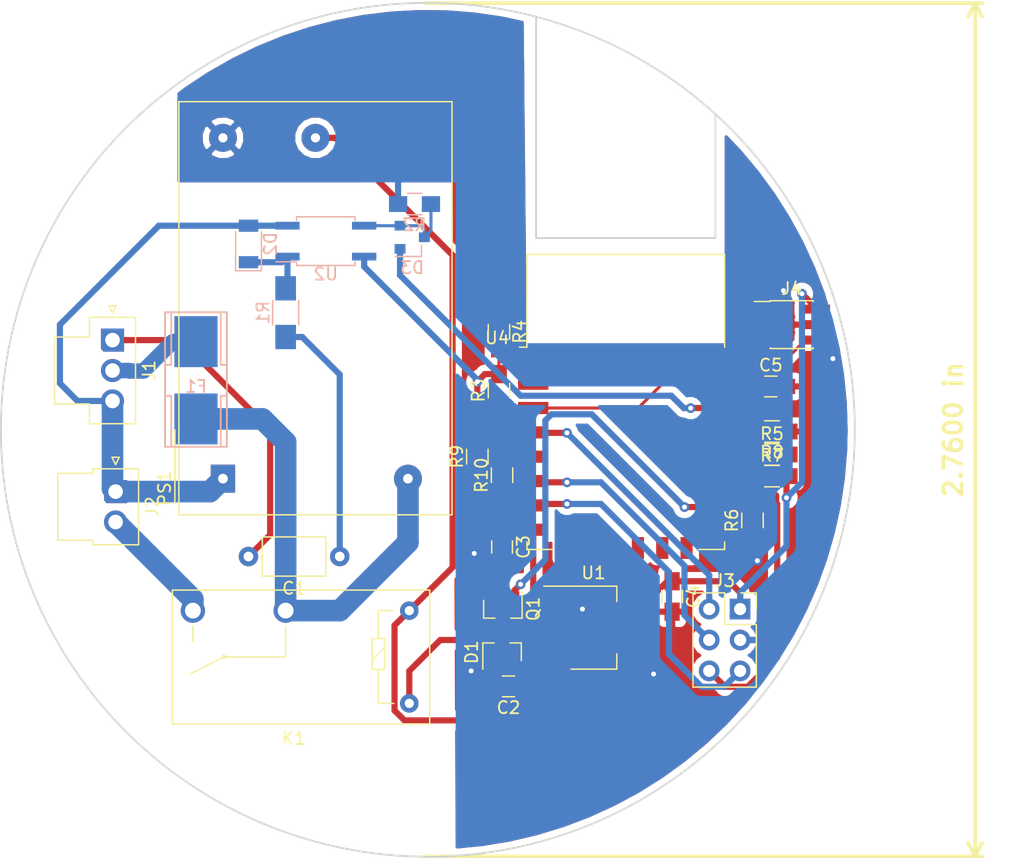
<source format=kicad_pcb>
(kicad_pcb (version 20171130) (host pcbnew "(5.0.2)-1")

  (general
    (thickness 1.6)
    (drawings 5)
    (tracks 209)
    (zones 0)
    (modules 29)
    (nets 24)
  )

  (page A4)
  (layers
    (0 F.Cu signal)
    (31 B.Cu signal)
    (32 B.Adhes user)
    (33 F.Adhes user)
    (34 B.Paste user)
    (35 F.Paste user)
    (36 B.SilkS user)
    (37 F.SilkS user)
    (38 B.Mask user)
    (39 F.Mask user)
    (40 Dwgs.User user)
    (41 Cmts.User user)
    (42 Eco1.User user)
    (43 Eco2.User user)
    (44 Edge.Cuts user)
    (45 Margin user)
    (46 B.CrtYd user)
    (47 F.CrtYd user)
    (48 B.Fab user)
    (49 F.Fab user)
  )

  (setup
    (last_trace_width 0.508)
    (user_trace_width 0.254)
    (user_trace_width 0.508)
    (user_trace_width 1.27)
    (user_trace_width 1.778)
    (user_trace_width 2.54)
    (trace_clearance 0.2)
    (zone_clearance 0.508)
    (zone_45_only no)
    (trace_min 0.2)
    (segment_width 0.2)
    (edge_width 0.15)
    (via_size 0.8)
    (via_drill 0.4)
    (via_min_size 0.4)
    (via_min_drill 0.3)
    (uvia_size 0.3)
    (uvia_drill 0.1)
    (uvias_allowed no)
    (uvia_min_size 0.2)
    (uvia_min_drill 0.1)
    (pcb_text_width 0.3)
    (pcb_text_size 1.5 1.5)
    (mod_edge_width 0.15)
    (mod_text_size 1 1)
    (mod_text_width 0.15)
    (pad_size 1.524 1.524)
    (pad_drill 0.762)
    (pad_to_mask_clearance 0.2)
    (solder_mask_min_width 0.25)
    (aux_axis_origin 0 0)
    (visible_elements 7FFFFFFF)
    (pcbplotparams
      (layerselection 0x010fc_ffffffff)
      (usegerberextensions false)
      (usegerberattributes false)
      (usegerberadvancedattributes false)
      (creategerberjobfile false)
      (excludeedgelayer true)
      (linewidth 0.100000)
      (plotframeref false)
      (viasonmask false)
      (mode 1)
      (useauxorigin false)
      (hpglpennumber 1)
      (hpglpenspeed 20)
      (hpglpendiameter 15.000000)
      (psnegative false)
      (psa4output false)
      (plotreference true)
      (plotvalue true)
      (plotinvisibletext false)
      (padsonsilk false)
      (subtractmaskfromsilk false)
      (outputformat 1)
      (mirror false)
      (drillshape 0)
      (scaleselection 1)
      (outputdirectory "LoftRelayRoundGerber/"))
  )

  (net 0 "")
  (net 1 "Net-(C1-Pad2)")
  (net 2 "Net-(C1-Pad1)")
  (net 3 GNDD)
  (net 4 +3V3)
  (net 5 "Net-(J3-Pad2)")
  (net 6 /Opto)
  (net 7 "Net-(R4-Pad1)")
  (net 8 "Net-(Q1-Pad1)")
  (net 9 "Net-(D2-Pad2)")
  (net 10 "Net-(D2-Pad1)")
  (net 11 +5V)
  (net 12 "Net-(D3-Pad2)")
  (net 13 /TX)
  (net 14 /EN)
  (net 15 "Net-(D1-Pad3)")
  (net 16 /D0)
  (net 17 /RX)
  (net 18 "Net-(J2-Pad2)")
  (net 19 "Net-(F1-Pad2)")
  (net 20 "Net-(F1-Pad1)")
  (net 21 "Net-(J3-Pad6)")
  (net 22 "Net-(J3-Pad5)")
  (net 23 "Net-(J3-Pad4)")

  (net_class Default "This is the default net class."
    (clearance 0.2)
    (trace_width 0.25)
    (via_dia 0.8)
    (via_drill 0.4)
    (uvia_dia 0.3)
    (uvia_drill 0.1)
    (add_net +3V3)
    (add_net +5V)
    (add_net /D0)
    (add_net /EN)
    (add_net /Opto)
    (add_net /RX)
    (add_net /TX)
    (add_net GNDD)
    (add_net "Net-(C1-Pad1)")
    (add_net "Net-(C1-Pad2)")
    (add_net "Net-(D1-Pad3)")
    (add_net "Net-(D2-Pad1)")
    (add_net "Net-(D2-Pad2)")
    (add_net "Net-(D3-Pad2)")
    (add_net "Net-(F1-Pad1)")
    (add_net "Net-(F1-Pad2)")
    (add_net "Net-(J2-Pad2)")
    (add_net "Net-(J3-Pad2)")
    (add_net "Net-(J3-Pad4)")
    (add_net "Net-(J3-Pad5)")
    (add_net "Net-(J3-Pad6)")
    (add_net "Net-(Q1-Pad1)")
    (add_net "Net-(R4-Pad1)")
  )

  (module Capacitors_THT:C_Axial_L5.1mm_D3.1mm_P7.50mm_Horizontal (layer F.Cu) (tedit 597BC7C2) (tstamp 5BA2D5C9)
    (at 141.605 128.27 180)
    (descr "C, Axial series, Axial, Horizontal, pin pitch=7.5mm, , length*diameter=5.1*3.1mm^2, http://www.vishay.com/docs/45231/arseries.pdf")
    (tags "C Axial series Axial Horizontal pin pitch 7.5mm  length 5.1mm diameter 3.1mm")
    (path /5BA2C4FB)
    (fp_text reference C1 (at 3.75 -2.61 180) (layer F.SilkS)
      (effects (font (size 1 1) (thickness 0.15)))
    )
    (fp_text value 33nF (at 3.75 2.61 180) (layer F.Fab)
      (effects (font (size 1 1) (thickness 0.15)))
    )
    (fp_text user %R (at 3.75 0 180) (layer F.Fab)
      (effects (font (size 1 1) (thickness 0.15)))
    )
    (fp_line (start 8.55 -1.9) (end -1.05 -1.9) (layer F.CrtYd) (width 0.05))
    (fp_line (start 8.55 1.9) (end 8.55 -1.9) (layer F.CrtYd) (width 0.05))
    (fp_line (start -1.05 1.9) (end 8.55 1.9) (layer F.CrtYd) (width 0.05))
    (fp_line (start -1.05 -1.9) (end -1.05 1.9) (layer F.CrtYd) (width 0.05))
    (fp_line (start 6.52 0) (end 6.36 0) (layer F.SilkS) (width 0.12))
    (fp_line (start 0.98 0) (end 1.14 0) (layer F.SilkS) (width 0.12))
    (fp_line (start 6.36 -1.61) (end 1.14 -1.61) (layer F.SilkS) (width 0.12))
    (fp_line (start 6.36 1.61) (end 6.36 -1.61) (layer F.SilkS) (width 0.12))
    (fp_line (start 1.14 1.61) (end 6.36 1.61) (layer F.SilkS) (width 0.12))
    (fp_line (start 1.14 -1.61) (end 1.14 1.61) (layer F.SilkS) (width 0.12))
    (fp_line (start 7.5 0) (end 6.3 0) (layer F.Fab) (width 0.1))
    (fp_line (start 0 0) (end 1.2 0) (layer F.Fab) (width 0.1))
    (fp_line (start 6.3 -1.55) (end 1.2 -1.55) (layer F.Fab) (width 0.1))
    (fp_line (start 6.3 1.55) (end 6.3 -1.55) (layer F.Fab) (width 0.1))
    (fp_line (start 1.2 1.55) (end 6.3 1.55) (layer F.Fab) (width 0.1))
    (fp_line (start 1.2 -1.55) (end 1.2 1.55) (layer F.Fab) (width 0.1))
    (pad 2 thru_hole oval (at 7.5 0 180) (size 1.6 1.6) (drill 0.8) (layers *.Cu *.Mask)
      (net 1 "Net-(C1-Pad2)"))
    (pad 1 thru_hole circle (at 0 0 180) (size 1.6 1.6) (drill 0.8) (layers *.Cu *.Mask)
      (net 2 "Net-(C1-Pad1)"))
    (model ${KISYS3DMOD}/Capacitors_THT.3dshapes/C_Axial_L5.1mm_D3.1mm_P7.50mm_Horizontal.wrl
      (at (xyz 0 0 0))
      (scale (xyz 1 1 1))
      (rotate (xyz 0 0 0))
    )
  )

  (module Capacitors_SMD:C_0805_HandSoldering (layer F.Cu) (tedit 58AA84A8) (tstamp 5BA2D5DA)
    (at 155.468 138.938 180)
    (descr "Capacitor SMD 0805, hand soldering")
    (tags "capacitor 0805")
    (path /5BA326E4)
    (attr smd)
    (fp_text reference C2 (at 0 -1.75 180) (layer F.SilkS)
      (effects (font (size 1 1) (thickness 0.15)))
    )
    (fp_text value 22uF (at 0 1.75 180) (layer F.Fab)
      (effects (font (size 1 1) (thickness 0.15)))
    )
    (fp_line (start 2.25 0.87) (end -2.25 0.87) (layer F.CrtYd) (width 0.05))
    (fp_line (start 2.25 0.87) (end 2.25 -0.88) (layer F.CrtYd) (width 0.05))
    (fp_line (start -2.25 -0.88) (end -2.25 0.87) (layer F.CrtYd) (width 0.05))
    (fp_line (start -2.25 -0.88) (end 2.25 -0.88) (layer F.CrtYd) (width 0.05))
    (fp_line (start -0.5 0.85) (end 0.5 0.85) (layer F.SilkS) (width 0.12))
    (fp_line (start 0.5 -0.85) (end -0.5 -0.85) (layer F.SilkS) (width 0.12))
    (fp_line (start -1 -0.62) (end 1 -0.62) (layer F.Fab) (width 0.1))
    (fp_line (start 1 -0.62) (end 1 0.62) (layer F.Fab) (width 0.1))
    (fp_line (start 1 0.62) (end -1 0.62) (layer F.Fab) (width 0.1))
    (fp_line (start -1 0.62) (end -1 -0.62) (layer F.Fab) (width 0.1))
    (fp_text user %R (at 0 -1.75 180) (layer F.Fab)
      (effects (font (size 1 1) (thickness 0.15)))
    )
    (pad 2 smd rect (at 1.25 0 180) (size 1.5 1.25) (layers F.Cu F.Paste F.Mask)
      (net 3 GNDD))
    (pad 1 smd rect (at -1.25 0 180) (size 1.5 1.25) (layers F.Cu F.Paste F.Mask)
      (net 11 +5V))
    (model Capacitors_SMD.3dshapes/C_0805.wrl
      (at (xyz 0 0 0))
      (scale (xyz 1 1 1))
      (rotate (xyz 0 0 0))
    )
  )

  (module Capacitors_SMD:C_0805_HandSoldering (layer F.Cu) (tedit 58AA84A8) (tstamp 5BA2D5EB)
    (at 154.94 127.488 270)
    (descr "Capacitor SMD 0805, hand soldering")
    (tags "capacitor 0805")
    (path /5BA3282C)
    (attr smd)
    (fp_text reference C3 (at 0 -1.75 270) (layer F.SilkS)
      (effects (font (size 1 1) (thickness 0.15)))
    )
    (fp_text value 22uF (at 0 1.75 270) (layer F.Fab)
      (effects (font (size 1 1) (thickness 0.15)))
    )
    (fp_text user %R (at 0 -1.75 270) (layer F.Fab)
      (effects (font (size 1 1) (thickness 0.15)))
    )
    (fp_line (start -1 0.62) (end -1 -0.62) (layer F.Fab) (width 0.1))
    (fp_line (start 1 0.62) (end -1 0.62) (layer F.Fab) (width 0.1))
    (fp_line (start 1 -0.62) (end 1 0.62) (layer F.Fab) (width 0.1))
    (fp_line (start -1 -0.62) (end 1 -0.62) (layer F.Fab) (width 0.1))
    (fp_line (start 0.5 -0.85) (end -0.5 -0.85) (layer F.SilkS) (width 0.12))
    (fp_line (start -0.5 0.85) (end 0.5 0.85) (layer F.SilkS) (width 0.12))
    (fp_line (start -2.25 -0.88) (end 2.25 -0.88) (layer F.CrtYd) (width 0.05))
    (fp_line (start -2.25 -0.88) (end -2.25 0.87) (layer F.CrtYd) (width 0.05))
    (fp_line (start 2.25 0.87) (end 2.25 -0.88) (layer F.CrtYd) (width 0.05))
    (fp_line (start 2.25 0.87) (end -2.25 0.87) (layer F.CrtYd) (width 0.05))
    (pad 1 smd rect (at -1.25 0 270) (size 1.5 1.25) (layers F.Cu F.Paste F.Mask)
      (net 4 +3V3))
    (pad 2 smd rect (at 1.25 0 270) (size 1.5 1.25) (layers F.Cu F.Paste F.Mask)
      (net 3 GNDD))
    (model Capacitors_SMD.3dshapes/C_0805.wrl
      (at (xyz 0 0 0))
      (scale (xyz 1 1 1))
      (rotate (xyz 0 0 0))
    )
  )

  (module Capacitors_SMD:C_0805_HandSoldering (layer F.Cu) (tedit 58AA84A8) (tstamp 5BA2D5FC)
    (at 168.91 131.552 270)
    (descr "Capacitor SMD 0805, hand soldering")
    (tags "capacitor 0805")
    (path /5BA32896)
    (attr smd)
    (fp_text reference C4 (at 0 -1.75 270) (layer F.SilkS)
      (effects (font (size 1 1) (thickness 0.15)))
    )
    (fp_text value 22uF (at 0 1.75 270) (layer F.Fab)
      (effects (font (size 1 1) (thickness 0.15)))
    )
    (fp_line (start 2.25 0.87) (end -2.25 0.87) (layer F.CrtYd) (width 0.05))
    (fp_line (start 2.25 0.87) (end 2.25 -0.88) (layer F.CrtYd) (width 0.05))
    (fp_line (start -2.25 -0.88) (end -2.25 0.87) (layer F.CrtYd) (width 0.05))
    (fp_line (start -2.25 -0.88) (end 2.25 -0.88) (layer F.CrtYd) (width 0.05))
    (fp_line (start -0.5 0.85) (end 0.5 0.85) (layer F.SilkS) (width 0.12))
    (fp_line (start 0.5 -0.85) (end -0.5 -0.85) (layer F.SilkS) (width 0.12))
    (fp_line (start -1 -0.62) (end 1 -0.62) (layer F.Fab) (width 0.1))
    (fp_line (start 1 -0.62) (end 1 0.62) (layer F.Fab) (width 0.1))
    (fp_line (start 1 0.62) (end -1 0.62) (layer F.Fab) (width 0.1))
    (fp_line (start -1 0.62) (end -1 -0.62) (layer F.Fab) (width 0.1))
    (fp_text user %R (at 0 -1.75 270) (layer F.Fab)
      (effects (font (size 1 1) (thickness 0.15)))
    )
    (pad 2 smd rect (at 1.25 0 270) (size 1.5 1.25) (layers F.Cu F.Paste F.Mask)
      (net 3 GNDD))
    (pad 1 smd rect (at -1.25 0 270) (size 1.5 1.25) (layers F.Cu F.Paste F.Mask)
      (net 4 +3V3))
    (model Capacitors_SMD.3dshapes/C_0805.wrl
      (at (xyz 0 0 0))
      (scale (xyz 1 1 1))
      (rotate (xyz 0 0 0))
    )
  )

  (module Resistors_SMD:R_1206_HandSoldering (layer B.Cu) (tedit 58E0A804) (tstamp 5BA2D6D3)
    (at 137.16 108.236 270)
    (descr "Resistor SMD 1206, hand soldering")
    (tags "resistor 1206")
    (path /5BA2C593)
    (attr smd)
    (fp_text reference R1 (at 0 1.85 270) (layer B.SilkS)
      (effects (font (size 1 1) (thickness 0.15)) (justify mirror))
    )
    (fp_text value 100R (at 0 -1.9 270) (layer B.Fab)
      (effects (font (size 1 1) (thickness 0.15)) (justify mirror))
    )
    (fp_line (start 3.25 -1.1) (end -3.25 -1.1) (layer B.CrtYd) (width 0.05))
    (fp_line (start 3.25 -1.1) (end 3.25 1.11) (layer B.CrtYd) (width 0.05))
    (fp_line (start -3.25 1.11) (end -3.25 -1.1) (layer B.CrtYd) (width 0.05))
    (fp_line (start -3.25 1.11) (end 3.25 1.11) (layer B.CrtYd) (width 0.05))
    (fp_line (start -1 1.07) (end 1 1.07) (layer B.SilkS) (width 0.12))
    (fp_line (start 1 -1.07) (end -1 -1.07) (layer B.SilkS) (width 0.12))
    (fp_line (start -1.6 0.8) (end 1.6 0.8) (layer B.Fab) (width 0.1))
    (fp_line (start 1.6 0.8) (end 1.6 -0.8) (layer B.Fab) (width 0.1))
    (fp_line (start 1.6 -0.8) (end -1.6 -0.8) (layer B.Fab) (width 0.1))
    (fp_line (start -1.6 -0.8) (end -1.6 0.8) (layer B.Fab) (width 0.1))
    (fp_text user %R (at 0 0 270) (layer B.Fab)
      (effects (font (size 0.7 0.7) (thickness 0.105)) (justify mirror))
    )
    (pad 2 smd rect (at 2 0 270) (size 2 1.7) (layers B.Cu B.Paste B.Mask)
      (net 2 "Net-(C1-Pad1)"))
    (pad 1 smd rect (at -2 0 270) (size 2 1.7) (layers B.Cu B.Paste B.Mask)
      (net 10 "Net-(D2-Pad1)"))
    (model ${KISYS3DMOD}/Resistors_SMD.3dshapes/R_1206.wrl
      (at (xyz 0 0 0))
      (scale (xyz 1 1 1))
      (rotate (xyz 0 0 0))
    )
  )

  (module Resistors_SMD:R_0805_HandSoldering (layer B.Cu) (tedit 58E0A804) (tstamp 5BA2D6E4)
    (at 147.748 99.314)
    (descr "Resistor SMD 0805, hand soldering")
    (tags "resistor 0805")
    (path /5BA2E507)
    (attr smd)
    (fp_text reference R2 (at 0 1.7 -180) (layer B.SilkS)
      (effects (font (size 1 1) (thickness 0.15)) (justify mirror))
    )
    (fp_text value 100k (at 0 -1.75) (layer B.Fab)
      (effects (font (size 1 1) (thickness 0.15)) (justify mirror))
    )
    (fp_line (start 2.35 -0.9) (end -2.35 -0.9) (layer B.CrtYd) (width 0.05))
    (fp_line (start 2.35 -0.9) (end 2.35 0.9) (layer B.CrtYd) (width 0.05))
    (fp_line (start -2.35 0.9) (end -2.35 -0.9) (layer B.CrtYd) (width 0.05))
    (fp_line (start -2.35 0.9) (end 2.35 0.9) (layer B.CrtYd) (width 0.05))
    (fp_line (start -0.6 0.88) (end 0.6 0.88) (layer B.SilkS) (width 0.12))
    (fp_line (start 0.6 -0.88) (end -0.6 -0.88) (layer B.SilkS) (width 0.12))
    (fp_line (start -1 0.62) (end 1 0.62) (layer B.Fab) (width 0.1))
    (fp_line (start 1 0.62) (end 1 -0.62) (layer B.Fab) (width 0.1))
    (fp_line (start 1 -0.62) (end -1 -0.62) (layer B.Fab) (width 0.1))
    (fp_line (start -1 -0.62) (end -1 0.62) (layer B.Fab) (width 0.1))
    (fp_text user %R (at 0 0) (layer B.Fab)
      (effects (font (size 0.5 0.5) (thickness 0.075)) (justify mirror))
    )
    (pad 2 smd rect (at 1.35 0) (size 1.5 1.3) (layers B.Cu B.Paste B.Mask)
      (net 12 "Net-(D3-Pad2)"))
    (pad 1 smd rect (at -1.35 0) (size 1.5 1.3) (layers B.Cu B.Paste B.Mask)
      (net 3 GNDD))
    (model ${KISYS3DMOD}/Resistors_SMD.3dshapes/R_0805.wrl
      (at (xyz 0 0 0))
      (scale (xyz 1 1 1))
      (rotate (xyz 0 0 0))
    )
  )

  (module Resistors_SMD:R_0805_HandSoldering (layer F.Cu) (tedit 58E0A804) (tstamp 5BA2D6F5)
    (at 154.686 114.634 90)
    (descr "Resistor SMD 0805, hand soldering")
    (tags "resistor 0805")
    (path /5BA2D0EB)
    (attr smd)
    (fp_text reference R3 (at 0 -1.7 90) (layer F.SilkS)
      (effects (font (size 1 1) (thickness 0.15)))
    )
    (fp_text value 10k (at 0 1.75 90) (layer F.Fab)
      (effects (font (size 1 1) (thickness 0.15)))
    )
    (fp_line (start 2.35 0.9) (end -2.35 0.9) (layer F.CrtYd) (width 0.05))
    (fp_line (start 2.35 0.9) (end 2.35 -0.9) (layer F.CrtYd) (width 0.05))
    (fp_line (start -2.35 -0.9) (end -2.35 0.9) (layer F.CrtYd) (width 0.05))
    (fp_line (start -2.35 -0.9) (end 2.35 -0.9) (layer F.CrtYd) (width 0.05))
    (fp_line (start -0.6 -0.88) (end 0.6 -0.88) (layer F.SilkS) (width 0.12))
    (fp_line (start 0.6 0.88) (end -0.6 0.88) (layer F.SilkS) (width 0.12))
    (fp_line (start -1 -0.62) (end 1 -0.62) (layer F.Fab) (width 0.1))
    (fp_line (start 1 -0.62) (end 1 0.62) (layer F.Fab) (width 0.1))
    (fp_line (start 1 0.62) (end -1 0.62) (layer F.Fab) (width 0.1))
    (fp_line (start -1 0.62) (end -1 -0.62) (layer F.Fab) (width 0.1))
    (fp_text user %R (at 0 0 90) (layer F.Fab)
      (effects (font (size 0.5 0.5) (thickness 0.075)))
    )
    (pad 2 smd rect (at 1.35 0 90) (size 1.5 1.3) (layers F.Cu F.Paste F.Mask)
      (net 4 +3V3))
    (pad 1 smd rect (at -1.35 0 90) (size 1.5 1.3) (layers F.Cu F.Paste F.Mask)
      (net 14 /EN))
    (model ${KISYS3DMOD}/Resistors_SMD.3dshapes/R_0805.wrl
      (at (xyz 0 0 0))
      (scale (xyz 1 1 1))
      (rotate (xyz 0 0 0))
    )
  )

  (module Resistors_SMD:R_0805_HandSoldering (layer F.Cu) (tedit 58E0A804) (tstamp 5BA2D706)
    (at 154.686 109.808 270)
    (descr "Resistor SMD 0805, hand soldering")
    (tags "resistor 0805")
    (path /5BA2D04B)
    (attr smd)
    (fp_text reference R4 (at 0 -1.7 270) (layer F.SilkS)
      (effects (font (size 1 1) (thickness 0.15)))
    )
    (fp_text value 10k (at 0 1.75 270) (layer F.Fab)
      (effects (font (size 1 1) (thickness 0.15)))
    )
    (fp_text user %R (at 0 0 270) (layer F.Fab)
      (effects (font (size 0.5 0.5) (thickness 0.075)))
    )
    (fp_line (start -1 0.62) (end -1 -0.62) (layer F.Fab) (width 0.1))
    (fp_line (start 1 0.62) (end -1 0.62) (layer F.Fab) (width 0.1))
    (fp_line (start 1 -0.62) (end 1 0.62) (layer F.Fab) (width 0.1))
    (fp_line (start -1 -0.62) (end 1 -0.62) (layer F.Fab) (width 0.1))
    (fp_line (start 0.6 0.88) (end -0.6 0.88) (layer F.SilkS) (width 0.12))
    (fp_line (start -0.6 -0.88) (end 0.6 -0.88) (layer F.SilkS) (width 0.12))
    (fp_line (start -2.35 -0.9) (end 2.35 -0.9) (layer F.CrtYd) (width 0.05))
    (fp_line (start -2.35 -0.9) (end -2.35 0.9) (layer F.CrtYd) (width 0.05))
    (fp_line (start 2.35 0.9) (end 2.35 -0.9) (layer F.CrtYd) (width 0.05))
    (fp_line (start 2.35 0.9) (end -2.35 0.9) (layer F.CrtYd) (width 0.05))
    (pad 1 smd rect (at -1.35 0 270) (size 1.5 1.3) (layers F.Cu F.Paste F.Mask)
      (net 7 "Net-(R4-Pad1)"))
    (pad 2 smd rect (at 1.35 0 270) (size 1.5 1.3) (layers F.Cu F.Paste F.Mask)
      (net 4 +3V3))
    (model ${KISYS3DMOD}/Resistors_SMD.3dshapes/R_0805.wrl
      (at (xyz 0 0 0))
      (scale (xyz 1 1 1))
      (rotate (xyz 0 0 0))
    )
  )

  (module Resistors_SMD:R_0805_HandSoldering (layer F.Cu) (tedit 58E0A804) (tstamp 5BA2D717)
    (at 177.118 119.888)
    (descr "Resistor SMD 0805, hand soldering")
    (tags "resistor 0805")
    (path /5BA2D5CE)
    (attr smd)
    (fp_text reference R5 (at 0 -1.7) (layer F.SilkS)
      (effects (font (size 1 1) (thickness 0.15)))
    )
    (fp_text value 10k (at 0 1.75) (layer F.Fab)
      (effects (font (size 1 1) (thickness 0.15)))
    )
    (fp_text user %R (at 0 0) (layer F.Fab)
      (effects (font (size 0.5 0.5) (thickness 0.075)))
    )
    (fp_line (start -1 0.62) (end -1 -0.62) (layer F.Fab) (width 0.1))
    (fp_line (start 1 0.62) (end -1 0.62) (layer F.Fab) (width 0.1))
    (fp_line (start 1 -0.62) (end 1 0.62) (layer F.Fab) (width 0.1))
    (fp_line (start -1 -0.62) (end 1 -0.62) (layer F.Fab) (width 0.1))
    (fp_line (start 0.6 0.88) (end -0.6 0.88) (layer F.SilkS) (width 0.12))
    (fp_line (start -0.6 -0.88) (end 0.6 -0.88) (layer F.SilkS) (width 0.12))
    (fp_line (start -2.35 -0.9) (end 2.35 -0.9) (layer F.CrtYd) (width 0.05))
    (fp_line (start -2.35 -0.9) (end -2.35 0.9) (layer F.CrtYd) (width 0.05))
    (fp_line (start 2.35 0.9) (end 2.35 -0.9) (layer F.CrtYd) (width 0.05))
    (fp_line (start 2.35 0.9) (end -2.35 0.9) (layer F.CrtYd) (width 0.05))
    (pad 1 smd rect (at -1.35 0) (size 1.5 1.3) (layers F.Cu F.Paste F.Mask)
      (net 16 /D0))
    (pad 2 smd rect (at 1.35 0) (size 1.5 1.3) (layers F.Cu F.Paste F.Mask)
      (net 4 +3V3))
    (model ${KISYS3DMOD}/Resistors_SMD.3dshapes/R_0805.wrl
      (at (xyz 0 0 0))
      (scale (xyz 1 1 1))
      (rotate (xyz 0 0 0))
    )
  )

  (module Resistors_SMD:R_0805_HandSoldering (layer F.Cu) (tedit 58E0A804) (tstamp 5BA2D728)
    (at 175.514 125.302 90)
    (descr "Resistor SMD 0805, hand soldering")
    (tags "resistor 0805")
    (path /5BA2D630)
    (attr smd)
    (fp_text reference R6 (at 0 -1.7 90) (layer F.SilkS)
      (effects (font (size 1 1) (thickness 0.15)))
    )
    (fp_text value 10k (at 0 1.75 90) (layer F.Fab)
      (effects (font (size 1 1) (thickness 0.15)))
    )
    (fp_line (start 2.35 0.9) (end -2.35 0.9) (layer F.CrtYd) (width 0.05))
    (fp_line (start 2.35 0.9) (end 2.35 -0.9) (layer F.CrtYd) (width 0.05))
    (fp_line (start -2.35 -0.9) (end -2.35 0.9) (layer F.CrtYd) (width 0.05))
    (fp_line (start -2.35 -0.9) (end 2.35 -0.9) (layer F.CrtYd) (width 0.05))
    (fp_line (start -0.6 -0.88) (end 0.6 -0.88) (layer F.SilkS) (width 0.12))
    (fp_line (start 0.6 0.88) (end -0.6 0.88) (layer F.SilkS) (width 0.12))
    (fp_line (start -1 -0.62) (end 1 -0.62) (layer F.Fab) (width 0.1))
    (fp_line (start 1 -0.62) (end 1 0.62) (layer F.Fab) (width 0.1))
    (fp_line (start 1 0.62) (end -1 0.62) (layer F.Fab) (width 0.1))
    (fp_line (start -1 0.62) (end -1 -0.62) (layer F.Fab) (width 0.1))
    (fp_text user %R (at 0 0 90) (layer F.Fab)
      (effects (font (size 0.5 0.5) (thickness 0.075)))
    )
    (pad 2 smd rect (at 1.35 0 90) (size 1.5 1.3) (layers F.Cu F.Paste F.Mask)
      (net 8 "Net-(Q1-Pad1)"))
    (pad 1 smd rect (at -1.35 0 90) (size 1.5 1.3) (layers F.Cu F.Paste F.Mask)
      (net 3 GNDD))
    (model ${KISYS3DMOD}/Resistors_SMD.3dshapes/R_0805.wrl
      (at (xyz 0 0 0))
      (scale (xyz 1 1 1))
      (rotate (xyz 0 0 0))
    )
  )

  (module Resistors_SMD:R_0805_HandSoldering (layer F.Cu) (tedit 58E0A804) (tstamp 5BA2D739)
    (at 177.118 121.666)
    (descr "Resistor SMD 0805, hand soldering")
    (tags "resistor 0805")
    (path /5BA2D69A)
    (attr smd)
    (fp_text reference R7 (at 0 -1.7) (layer F.SilkS)
      (effects (font (size 1 1) (thickness 0.15)))
    )
    (fp_text value 10k (at 0 1.75) (layer F.Fab)
      (effects (font (size 1 1) (thickness 0.15)))
    )
    (fp_text user %R (at 0 0) (layer F.Fab)
      (effects (font (size 0.5 0.5) (thickness 0.075)))
    )
    (fp_line (start -1 0.62) (end -1 -0.62) (layer F.Fab) (width 0.1))
    (fp_line (start 1 0.62) (end -1 0.62) (layer F.Fab) (width 0.1))
    (fp_line (start 1 -0.62) (end 1 0.62) (layer F.Fab) (width 0.1))
    (fp_line (start -1 -0.62) (end 1 -0.62) (layer F.Fab) (width 0.1))
    (fp_line (start 0.6 0.88) (end -0.6 0.88) (layer F.SilkS) (width 0.12))
    (fp_line (start -0.6 -0.88) (end 0.6 -0.88) (layer F.SilkS) (width 0.12))
    (fp_line (start -2.35 -0.9) (end 2.35 -0.9) (layer F.CrtYd) (width 0.05))
    (fp_line (start -2.35 -0.9) (end -2.35 0.9) (layer F.CrtYd) (width 0.05))
    (fp_line (start 2.35 0.9) (end 2.35 -0.9) (layer F.CrtYd) (width 0.05))
    (fp_line (start 2.35 0.9) (end -2.35 0.9) (layer F.CrtYd) (width 0.05))
    (pad 1 smd rect (at -1.35 0) (size 1.5 1.3) (layers F.Cu F.Paste F.Mask)
      (net 21 "Net-(J3-Pad6)"))
    (pad 2 smd rect (at 1.35 0) (size 1.5 1.3) (layers F.Cu F.Paste F.Mask)
      (net 4 +3V3))
    (model ${KISYS3DMOD}/Resistors_SMD.3dshapes/R_0805.wrl
      (at (xyz 0 0 0))
      (scale (xyz 1 1 1))
      (rotate (xyz 0 0 0))
    )
  )

  (module RF_Module:ESP-12E (layer F.Cu) (tedit 5A030172) (tstamp 5BA2E08E)
    (at 165.1 115.57)
    (descr "Wi-Fi Module, http://wiki.ai-thinker.com/_media/esp8266/docs/aithinker_esp_12f_datasheet_en.pdf")
    (tags "Wi-Fi Module")
    (path /5BA2CFE3)
    (attr smd)
    (fp_text reference U4 (at -10.56 -5.26) (layer F.SilkS)
      (effects (font (size 1 1) (thickness 0.15)))
    )
    (fp_text value ESP-12E (at -0.06 -12.78) (layer F.Fab)
      (effects (font (size 1 1) (thickness 0.15)))
    )
    (fp_text user Antenna (at -0.06 -7 180) (layer Cmts.User)
      (effects (font (size 1 1) (thickness 0.15)))
    )
    (fp_text user "KEEP-OUT ZONE" (at 0.03 -9.55 180) (layer Cmts.User)
      (effects (font (size 1 1) (thickness 0.15)))
    )
    (fp_text user %R (at 0.49 -0.8) (layer F.Fab)
      (effects (font (size 1 1) (thickness 0.15)))
    )
    (fp_line (start -8 -12) (end 8 -12) (layer F.Fab) (width 0.12))
    (fp_line (start 8 -12) (end 8 12) (layer F.Fab) (width 0.12))
    (fp_line (start 8 12) (end -8 12) (layer F.Fab) (width 0.12))
    (fp_line (start -8 12) (end -8 -3) (layer F.Fab) (width 0.12))
    (fp_line (start -8 -3) (end -7.5 -3.5) (layer F.Fab) (width 0.12))
    (fp_line (start -7.5 -3.5) (end -8 -4) (layer F.Fab) (width 0.12))
    (fp_line (start -8 -4) (end -8 -12) (layer F.Fab) (width 0.12))
    (fp_line (start -9.05 -12.2) (end 9.05 -12.2) (layer F.CrtYd) (width 0.05))
    (fp_line (start 9.05 -12.2) (end 9.05 13.1) (layer F.CrtYd) (width 0.05))
    (fp_line (start 9.05 13.1) (end -9.05 13.1) (layer F.CrtYd) (width 0.05))
    (fp_line (start -9.05 13.1) (end -9.05 -12.2) (layer F.CrtYd) (width 0.05))
    (fp_line (start -8.12 -12.12) (end 8.12 -12.12) (layer F.SilkS) (width 0.12))
    (fp_line (start 8.12 -12.12) (end 8.12 -4.5) (layer F.SilkS) (width 0.12))
    (fp_line (start 8.12 11.5) (end 8.12 12.12) (layer F.SilkS) (width 0.12))
    (fp_line (start 8.12 12.12) (end 6 12.12) (layer F.SilkS) (width 0.12))
    (fp_line (start -6 12.12) (end -8.12 12.12) (layer F.SilkS) (width 0.12))
    (fp_line (start -8.12 12.12) (end -8.12 11.5) (layer F.SilkS) (width 0.12))
    (fp_line (start -8.12 -4.5) (end -8.12 -12.12) (layer F.SilkS) (width 0.12))
    (fp_line (start -8.12 -4.5) (end -8.73 -4.5) (layer F.SilkS) (width 0.12))
    (fp_line (start -8.12 -12.12) (end 8.12 -12.12) (layer Dwgs.User) (width 0.12))
    (fp_line (start 8.12 -12.12) (end 8.12 -4.8) (layer Dwgs.User) (width 0.12))
    (fp_line (start 8.12 -4.8) (end -8.12 -4.8) (layer Dwgs.User) (width 0.12))
    (fp_line (start -8.12 -4.8) (end -8.12 -12.12) (layer Dwgs.User) (width 0.12))
    (fp_line (start -8.12 -9.12) (end -5.12 -12.12) (layer Dwgs.User) (width 0.12))
    (fp_line (start -8.12 -6.12) (end -2.12 -12.12) (layer Dwgs.User) (width 0.12))
    (fp_line (start -6.44 -4.8) (end 0.88 -12.12) (layer Dwgs.User) (width 0.12))
    (fp_line (start -3.44 -4.8) (end 3.88 -12.12) (layer Dwgs.User) (width 0.12))
    (fp_line (start -0.44 -4.8) (end 6.88 -12.12) (layer Dwgs.User) (width 0.12))
    (fp_line (start 2.56 -4.8) (end 8.12 -10.36) (layer Dwgs.User) (width 0.12))
    (fp_line (start 5.56 -4.8) (end 8.12 -7.36) (layer Dwgs.User) (width 0.12))
    (pad 1 smd rect (at -7.6 -3.5) (size 2.5 1) (layers F.Cu F.Paste F.Mask)
      (net 7 "Net-(R4-Pad1)"))
    (pad 2 smd rect (at -7.6 -1.5) (size 2.5 1) (layers F.Cu F.Paste F.Mask))
    (pad 3 smd rect (at -7.6 0.5) (size 2.5 1) (layers F.Cu F.Paste F.Mask)
      (net 14 /EN))
    (pad 4 smd rect (at -7.6 2.5) (size 2.5 1) (layers F.Cu F.Paste F.Mask)
      (net 5 "Net-(J3-Pad2)"))
    (pad 5 smd rect (at -7.6 4.5) (size 2.5 1) (layers F.Cu F.Paste F.Mask))
    (pad 6 smd rect (at -7.6 6.5) (size 2.5 1) (layers F.Cu F.Paste F.Mask)
      (net 23 "Net-(J3-Pad4)"))
    (pad 7 smd rect (at -7.6 8.5) (size 2.5 1) (layers F.Cu F.Paste F.Mask)
      (net 22 "Net-(J3-Pad5)"))
    (pad 8 smd rect (at -7.6 10.5) (size 2.5 1) (layers F.Cu F.Paste F.Mask)
      (net 4 +3V3))
    (pad 9 smd rect (at -5 12) (size 1 1.8) (layers F.Cu F.Paste F.Mask))
    (pad 10 smd rect (at -3 12) (size 1 1.8) (layers F.Cu F.Paste F.Mask))
    (pad 11 smd rect (at -1 12) (size 1 1.8) (layers F.Cu F.Paste F.Mask))
    (pad 12 smd rect (at 1 12) (size 1 1.8) (layers F.Cu F.Paste F.Mask))
    (pad 13 smd rect (at 3 12) (size 1 1.8) (layers F.Cu F.Paste F.Mask))
    (pad 14 smd rect (at 5 12) (size 1 1.8) (layers F.Cu F.Paste F.Mask))
    (pad 15 smd rect (at 7.6 10.5) (size 2.5 1) (layers F.Cu F.Paste F.Mask)
      (net 3 GNDD))
    (pad 16 smd rect (at 7.6 8.5) (size 2.5 1) (layers F.Cu F.Paste F.Mask)
      (net 8 "Net-(Q1-Pad1)"))
    (pad 17 smd rect (at 7.6 6.5) (size 2.5 1) (layers F.Cu F.Paste F.Mask)
      (net 21 "Net-(J3-Pad6)"))
    (pad 18 smd rect (at 7.6 4.5) (size 2.5 1) (layers F.Cu F.Paste F.Mask)
      (net 16 /D0))
    (pad 19 smd rect (at 7.6 2.5) (size 2.5 1) (layers F.Cu F.Paste F.Mask))
    (pad 20 smd rect (at 7.6 0.5) (size 2.5 1) (layers F.Cu F.Paste F.Mask)
      (net 6 /Opto))
    (pad 21 smd rect (at 7.6 -1.5) (size 2.5 1) (layers F.Cu F.Paste F.Mask)
      (net 17 /RX))
    (pad 22 smd rect (at 7.6 -3.5) (size 2.5 1) (layers F.Cu F.Paste F.Mask)
      (net 13 /TX))
    (model ${KISYS3DMOD}/RF_Module.3dshapes/ESP-12E.wrl
      (at (xyz 0 0 0))
      (scale (xyz 1 1 1))
      (rotate (xyz 0 0 0))
    )
  )

  (module TO_SOT_Packages_SMD:SOT-23 (layer F.Cu) (tedit 58CE4E7E) (tstamp 5BA2F292)
    (at 155.006 132.572 270)
    (descr "SOT-23, Standard")
    (tags SOT-23)
    (path /5BA2E96C)
    (attr smd)
    (fp_text reference Q1 (at 0 -2.5 270) (layer F.SilkS)
      (effects (font (size 1 1) (thickness 0.15)))
    )
    (fp_text value 2N7002 (at 0 2.5 270) (layer F.Fab)
      (effects (font (size 1 1) (thickness 0.15)))
    )
    (fp_line (start 0.76 1.58) (end -0.7 1.58) (layer F.SilkS) (width 0.12))
    (fp_line (start 0.76 -1.58) (end -1.4 -1.58) (layer F.SilkS) (width 0.12))
    (fp_line (start -1.7 1.75) (end -1.7 -1.75) (layer F.CrtYd) (width 0.05))
    (fp_line (start 1.7 1.75) (end -1.7 1.75) (layer F.CrtYd) (width 0.05))
    (fp_line (start 1.7 -1.75) (end 1.7 1.75) (layer F.CrtYd) (width 0.05))
    (fp_line (start -1.7 -1.75) (end 1.7 -1.75) (layer F.CrtYd) (width 0.05))
    (fp_line (start 0.76 -1.58) (end 0.76 -0.65) (layer F.SilkS) (width 0.12))
    (fp_line (start 0.76 1.58) (end 0.76 0.65) (layer F.SilkS) (width 0.12))
    (fp_line (start -0.7 1.52) (end 0.7 1.52) (layer F.Fab) (width 0.1))
    (fp_line (start 0.7 -1.52) (end 0.7 1.52) (layer F.Fab) (width 0.1))
    (fp_line (start -0.7 -0.95) (end -0.15 -1.52) (layer F.Fab) (width 0.1))
    (fp_line (start -0.15 -1.52) (end 0.7 -1.52) (layer F.Fab) (width 0.1))
    (fp_line (start -0.7 -0.95) (end -0.7 1.5) (layer F.Fab) (width 0.1))
    (fp_text user %R (at 0 0) (layer F.Fab)
      (effects (font (size 0.5 0.5) (thickness 0.075)))
    )
    (pad 3 smd rect (at 1 0 270) (size 0.9 0.8) (layers F.Cu F.Paste F.Mask)
      (net 15 "Net-(D1-Pad3)"))
    (pad 2 smd rect (at -1 0.95 270) (size 0.9 0.8) (layers F.Cu F.Paste F.Mask)
      (net 3 GNDD))
    (pad 1 smd rect (at -1 -0.95 270) (size 0.9 0.8) (layers F.Cu F.Paste F.Mask)
      (net 8 "Net-(Q1-Pad1)"))
    (model ${KISYS3DMOD}/TO_SOT_Packages_SMD.3dshapes/SOT-23.wrl
      (at (xyz 0 0 0))
      (scale (xyz 1 1 1))
      (rotate (xyz 0 0 0))
    )
  )

  (module Diodes_SMD:D_1206 (layer B.Cu) (tedit 590CEAF5) (tstamp 5BA3C378)
    (at 134.112 102.592 90)
    (descr "Diode SMD 1206, reflow soldering http://datasheets.avx.com/schottky.pdf")
    (tags "Diode 1206")
    (path /5BA4174E)
    (attr smd)
    (fp_text reference D2 (at 0 1.8 90) (layer B.SilkS)
      (effects (font (size 1 1) (thickness 0.15)) (justify mirror))
    )
    (fp_text value D (at 0 -1.9 90) (layer B.Fab)
      (effects (font (size 1 1) (thickness 0.15)) (justify mirror))
    )
    (fp_line (start -2.2 -1.06) (end 1 -1.06) (layer B.SilkS) (width 0.12))
    (fp_line (start 1 1.06) (end -2.2 1.06) (layer B.SilkS) (width 0.12))
    (fp_line (start 2.3 1.16) (end 2.3 -1.16) (layer B.CrtYd) (width 0.05))
    (fp_line (start -2.3 1.16) (end -2.3 -1.16) (layer B.CrtYd) (width 0.05))
    (fp_line (start -2.3 -1.16) (end 2.3 -1.16) (layer B.CrtYd) (width 0.05))
    (fp_line (start -2.3 1.16) (end 2.3 1.16) (layer B.CrtYd) (width 0.05))
    (fp_line (start -1.7 0.95) (end 1.7 0.95) (layer B.Fab) (width 0.1))
    (fp_line (start 1.7 0.95) (end 1.7 -0.95) (layer B.Fab) (width 0.1))
    (fp_line (start 1.7 -0.95) (end -1.7 -0.95) (layer B.Fab) (width 0.1))
    (fp_line (start -1.7 -0.95) (end -1.7 0.95) (layer B.Fab) (width 0.1))
    (fp_line (start -2.2 1.06) (end -2.2 -1.06) (layer B.SilkS) (width 0.12))
    (fp_line (start -0.254 0) (end 0.127 0.254) (layer B.Fab) (width 0.1))
    (fp_line (start 0.127 0.254) (end 0.127 -0.254) (layer B.Fab) (width 0.1))
    (fp_line (start 0.127 -0.254) (end -0.254 0) (layer B.Fab) (width 0.1))
    (fp_line (start -0.254 0) (end -0.508 0) (layer B.Fab) (width 0.1))
    (fp_line (start 0.127 0) (end 0.381 0) (layer B.Fab) (width 0.1))
    (fp_line (start -0.254 0.254) (end -0.254 -0.254) (layer B.Fab) (width 0.1))
    (fp_text user %R (at 0 1.8 90) (layer B.Fab)
      (effects (font (size 1 1) (thickness 0.15)) (justify mirror))
    )
    (pad 2 smd rect (at 1.5 0 90) (size 1 1.6) (layers B.Cu B.Paste B.Mask)
      (net 9 "Net-(D2-Pad2)"))
    (pad 1 smd rect (at -1.5 0 90) (size 1 1.6) (layers B.Cu B.Paste B.Mask)
      (net 10 "Net-(D2-Pad1)"))
    (model ${KISYS3DMOD}/Diodes_SMD.3dshapes/D_1206.wrl
      (at (xyz 0 0 0))
      (scale (xyz 1 1 1))
      (rotate (xyz 0 0 0))
    )
  )

  (module Relays_THT:Relay_SPST_OMRON-G5Q (layer F.Cu) (tedit 58FA2D90) (tstamp 5BA3E024)
    (at 147.32 132.715 180)
    (descr "Relay SPST-NO Omron Serie G5Q")
    (tags "Relay SPST-NO Omron Serie G5Q")
    (path /5BA3CB5A)
    (fp_text reference K1 (at 9.5 -10.5) (layer F.SilkS)
      (effects (font (size 1 1) (thickness 0.15)))
    )
    (fp_text value "G5Q-14-EU DC5" (at 8.8 3) (layer F.Fab)
      (effects (font (size 1 1) (thickness 0.15)))
    )
    (fp_circle (center 15.24 -3.81) (end 15.24 -3.68) (layer F.SilkS) (width 0.12))
    (fp_line (start -1.68 -9.31) (end 19.46 -9.31) (layer F.SilkS) (width 0.12))
    (fp_line (start -1.68 1.69) (end -1.68 -9.31) (layer F.SilkS) (width 0.12))
    (fp_line (start 19.46 1.69) (end 19.46 -9.31) (layer F.SilkS) (width 0.12))
    (fp_line (start -1.68 1.69) (end 19.46 1.69) (layer F.SilkS) (width 0.12))
    (fp_line (start 3.05 -2.29) (end 2.54 -2.29) (layer F.SilkS) (width 0.12))
    (fp_line (start 3.05 -4.83) (end 3.05 -2.29) (layer F.SilkS) (width 0.12))
    (fp_line (start 2.54 -4.83) (end 3.05 -4.83) (layer F.SilkS) (width 0.12))
    (fp_line (start 2.03 -4.83) (end 2.54 -4.83) (layer F.SilkS) (width 0.12))
    (fp_line (start 2.03 -2.29) (end 2.03 -4.83) (layer F.SilkS) (width 0.12))
    (fp_line (start 2.54 -2.29) (end 2.03 -2.29) (layer F.SilkS) (width 0.12))
    (fp_line (start 1.27 0) (end 2.54 0) (layer F.SilkS) (width 0.12))
    (fp_line (start 2.54 0) (end 2.54 -2.29) (layer F.SilkS) (width 0.12))
    (fp_line (start 2.54 -4.83) (end 2.54 -7.62) (layer F.SilkS) (width 0.12))
    (fp_line (start 2.54 -7.62) (end 1.27 -7.62) (layer F.SilkS) (width 0.12))
    (fp_line (start 2.03 -3.05) (end 3.05 -4.06) (layer F.SilkS) (width 0.12))
    (fp_line (start 10.16 -3.81) (end 15.24 -3.81) (layer F.SilkS) (width 0.12))
    (fp_line (start 10.16 -1.27) (end 10.16 -3.81) (layer F.SilkS) (width 0.12))
    (fp_line (start 17.78 -1.27) (end 17.78 -2.54) (layer F.SilkS) (width 0.12))
    (fp_line (start 15.24 -3.81) (end 18.03 -5.21) (layer F.SilkS) (width 0.12))
    (fp_line (start -1.95 1.95) (end -1.95 -9.55) (layer F.CrtYd) (width 0.05))
    (fp_line (start 19.7 1.95) (end -1.95 1.95) (layer F.CrtYd) (width 0.05))
    (fp_line (start 19.7 -9.55) (end 19.7 1.95) (layer F.CrtYd) (width 0.05))
    (fp_line (start -1.95 -9.55) (end 19.7 -9.55) (layer F.CrtYd) (width 0.05))
    (fp_line (start -1.18 -8.81) (end 18.96 -8.81) (layer F.Fab) (width 0.1))
    (fp_line (start -1.18 1.19) (end -1.18 -8.81) (layer F.Fab) (width 0.1))
    (fp_line (start 18.96 1.19) (end -1.18 1.19) (layer F.Fab) (width 0.1))
    (fp_line (start 18.96 -8.81) (end 18.96 1.19) (layer F.Fab) (width 0.1))
    (fp_line (start 0 -1) (end 0 -6.5) (layer F.Fab) (width 0.1))
    (fp_text user %R (at 9.6 -4.5 180) (layer F.Fab)
      (effects (font (size 1 1) (thickness 0.15)))
    )
    (pad 5 thru_hole circle (at 0 -7.62) (size 1.52 1.52) (drill 0.76) (layers *.Cu *.Mask)
      (net 15 "Net-(D1-Pad3)"))
    (pad 3 thru_hole circle (at 17.78 0) (size 2 2) (drill 1.3) (layers *.Cu *.Mask)
      (net 18 "Net-(J2-Pad2)"))
    (pad 2 thru_hole circle (at 10.16 0) (size 2 2) (drill 1.3) (layers *.Cu *.Mask)
      (net 20 "Net-(F1-Pad1)"))
    (pad 1 thru_hole circle (at 0 0) (size 1.52 1.52) (drill 0.76) (layers *.Cu *.Mask)
      (net 11 +5V))
    (model ${KISYS3DMOD}/Relays_THT.3dshapes/Relay_SPST_OMRON-G5Q.wrl
      (at (xyz 0 0 0))
      (scale (xyz 1 1 1))
      (rotate (xyz 0 0 0))
    )
  )

  (module Housings_SOIC:SO-4_4.4x3.6mm_Pitch2.54mm (layer B.Cu) (tedit 591B44BA) (tstamp 5BA3DD87)
    (at 140.462 102.362)
    (descr "4-Lead Plastic Small Outline (SO), see https://www.elpro.org/de/index.php?controller=attachment&id_attachment=339")
    (tags "SO SOIC 2.54")
    (path /5BA2C3E1)
    (attr smd)
    (fp_text reference U2 (at 0 2.7) (layer B.SilkS)
      (effects (font (size 1 1) (thickness 0.15)) (justify mirror))
    )
    (fp_text value PC817 (at 0 -2.8) (layer B.Fab)
      (effects (font (size 1 1) (thickness 0.15)) (justify mirror))
    )
    (fp_line (start 4.4 -2.05) (end -4.4 -2.05) (layer B.CrtYd) (width 0.05))
    (fp_line (start 4.4 -2.05) (end 4.4 2.05) (layer B.CrtYd) (width 0.05))
    (fp_line (start -4.4 2.05) (end -4.4 -2.05) (layer B.CrtYd) (width 0.05))
    (fp_line (start -4.4 2.05) (end 4.4 2.05) (layer B.CrtYd) (width 0.05))
    (fp_line (start -1.4 1.8) (end 2.2 1.8) (layer B.Fab) (width 0.12))
    (fp_line (start -2.2 1) (end -1.4 1.8) (layer B.Fab) (width 0.12))
    (fp_line (start -2.2 -1.8) (end -2.2 1) (layer B.Fab) (width 0.12))
    (fp_line (start 2.2 -1.8) (end -2.2 -1.8) (layer B.Fab) (width 0.12))
    (fp_line (start 2.2 1.8) (end 2.2 -1.8) (layer B.Fab) (width 0.12))
    (fp_line (start 2.4 2) (end 2.4 1.7) (layer B.SilkS) (width 0.12))
    (fp_line (start -2.4 2) (end 2.4 2) (layer B.SilkS) (width 0.12))
    (fp_line (start -2.4 1.7) (end -2.4 2) (layer B.SilkS) (width 0.12))
    (fp_line (start -2.4 -2) (end -2.4 -1.7) (layer B.SilkS) (width 0.12))
    (fp_line (start 2.4 -2) (end -2.4 -2) (layer B.SilkS) (width 0.12))
    (fp_line (start 2.4 -1.7) (end 2.4 -2) (layer B.SilkS) (width 0.12))
    (fp_text user %R (at 0 0.065) (layer B.Fab)
      (effects (font (size 1 1) (thickness 0.15)) (justify mirror))
    )
    (fp_line (start -2.4 1.7) (end -4.1 1.7) (layer B.SilkS) (width 0.12))
    (pad 4 smd rect (at 3.15 1.27) (size 2 0.64) (layers B.Cu B.Paste B.Mask)
      (net 4 +3V3))
    (pad 3 smd rect (at 3.15 -1.27) (size 2 0.64) (layers B.Cu B.Paste B.Mask)
      (net 12 "Net-(D3-Pad2)"))
    (pad 2 smd rect (at -3.15 -1.27) (size 2 0.64) (layers B.Cu B.Paste B.Mask)
      (net 9 "Net-(D2-Pad2)"))
    (pad 1 smd rect (at -3.15 1.27) (size 2 0.64) (layers B.Cu B.Paste B.Mask)
      (net 10 "Net-(D2-Pad1)"))
    (model ${KISYS3DMOD}/Housings_SOIC.3dshapes/SO-4_4.4x3.6mm_Pitch2.54mm.wrl
      (offset (xyz 0 0.01500000025472259 0))
      (scale (xyz 1 1 1))
      (rotate (xyz 0 0 0))
    )
  )

  (module Capacitors_SMD:C_0805_HandSoldering (layer F.Cu) (tedit 58AA84A8) (tstamp 5E25E4EA)
    (at 177.018 114.3)
    (descr "Capacitor SMD 0805, hand soldering")
    (tags "capacitor 0805")
    (path /5E3365B0)
    (attr smd)
    (fp_text reference C5 (at 0 -1.75) (layer F.SilkS)
      (effects (font (size 1 1) (thickness 0.15)))
    )
    (fp_text value 100nF (at 0 1.75) (layer F.Fab)
      (effects (font (size 1 1) (thickness 0.15)))
    )
    (fp_line (start 2.25 0.87) (end -2.25 0.87) (layer F.CrtYd) (width 0.05))
    (fp_line (start 2.25 0.87) (end 2.25 -0.88) (layer F.CrtYd) (width 0.05))
    (fp_line (start -2.25 -0.88) (end -2.25 0.87) (layer F.CrtYd) (width 0.05))
    (fp_line (start -2.25 -0.88) (end 2.25 -0.88) (layer F.CrtYd) (width 0.05))
    (fp_line (start -0.5 0.85) (end 0.5 0.85) (layer F.SilkS) (width 0.12))
    (fp_line (start 0.5 -0.85) (end -0.5 -0.85) (layer F.SilkS) (width 0.12))
    (fp_line (start -1 -0.62) (end 1 -0.62) (layer F.Fab) (width 0.1))
    (fp_line (start 1 -0.62) (end 1 0.62) (layer F.Fab) (width 0.1))
    (fp_line (start 1 0.62) (end -1 0.62) (layer F.Fab) (width 0.1))
    (fp_line (start -1 0.62) (end -1 -0.62) (layer F.Fab) (width 0.1))
    (fp_text user %R (at 0 -1.75) (layer F.Fab)
      (effects (font (size 1 1) (thickness 0.15)))
    )
    (pad 2 smd rect (at 1.25 0) (size 1.5 1.25) (layers F.Cu F.Paste F.Mask)
      (net 3 GNDD))
    (pad 1 smd rect (at -1.25 0) (size 1.5 1.25) (layers F.Cu F.Paste F.Mask)
      (net 6 /Opto))
    (model Capacitors_SMD.3dshapes/C_0805.wrl
      (at (xyz 0 0 0))
      (scale (xyz 1 1 1))
      (rotate (xyz 0 0 0))
    )
  )

  (module Converter_ACDC:Converter_ACDC_MeanWell_IRM-02-xx_THT (layer F.Cu) (tedit 59FEFB72) (tstamp 5E25E503)
    (at 132.010001 121.874999 90)
    (descr "ACDC-Converter, 2W, Meanwell, IRM-02, THT, https://www.meanwell.co.uk/media/productPDF/IRM-02-spec.pdf")
    (tags "ACDC-Converter 2W THT")
    (path /5E33B388)
    (fp_text reference PS1 (at -0.8 -4.8 90) (layer F.SilkS)
      (effects (font (size 1 1) (thickness 0.15)))
    )
    (fp_text value IRM-02-5 (at 15.14 20.15 90) (layer F.Fab)
      (effects (font (size 1 1) (thickness 0.15)))
    )
    (fp_line (start -3.1 18.95) (end -3.1 -3.75) (layer F.CrtYd) (width 0.05))
    (fp_line (start -3.1 -3.75) (end 31.1 -3.75) (layer F.CrtYd) (width 0.05))
    (fp_line (start 31.1 18.95) (end 31.1 -3.75) (layer F.CrtYd) (width 0.05))
    (fp_line (start -3.1 18.95) (end 31.1 18.95) (layer F.CrtYd) (width 0.05))
    (fp_line (start -2.97 18.82) (end -2.97 -3.62) (layer F.SilkS) (width 0.12))
    (fp_line (start 30.97 -3.62) (end 30.97 18.82) (layer F.SilkS) (width 0.12))
    (fp_line (start -2.97 -3.62) (end 30.97 -3.62) (layer F.SilkS) (width 0.12))
    (fp_line (start -2.97 18.82) (end 30.97 18.82) (layer F.SilkS) (width 0.12))
    (fp_line (start -2.85 18.7) (end 30.85 18.7) (layer F.Fab) (width 0.1))
    (fp_line (start 30.85 18.7) (end 30.85 -3.5) (layer F.Fab) (width 0.1))
    (fp_line (start -2.85 18.7) (end -2.85 -3.5) (layer F.Fab) (width 0.1))
    (fp_line (start 1 -3.5) (end 30.85 -3.5) (layer F.Fab) (width 0.1))
    (fp_text user %R (at 14.03 7.47 90) (layer F.Fab)
      (effects (font (size 1 1) (thickness 0.15)))
    )
    (fp_line (start -1 -3.5) (end -2.85 -3.5) (layer F.Fab) (width 0.1))
    (fp_line (start 0 -2.5) (end -1 -3.5) (layer F.Fab) (width 0.1))
    (fp_line (start 1 -3.5) (end 0 -2.5) (layer F.Fab) (width 0.1))
    (fp_line (start -2 -3.95) (end 4 -3.95) (layer F.SilkS) (width 0.12))
    (pad 3 thru_hole circle (at 28 0 90) (size 2.3 2.3) (drill 0.76) (layers *.Cu *.Mask)
      (net 3 GNDD))
    (pad 1 thru_hole rect (at 0 0 90) (size 2.3 2) (drill 0.8) (layers *.Cu *.Mask)
      (net 9 "Net-(D2-Pad2)"))
    (pad 2 thru_hole circle (at 0 15.2 90) (size 2.3 2.3) (drill 0.8) (layers *.Cu *.Mask)
      (net 20 "Net-(F1-Pad1)"))
    (pad 4 thru_hole circle (at 28 7.6 90) (size 2.3 2.3) (drill 0.76) (layers *.Cu *.Mask)
      (net 11 +5V))
    (model ${KISYS3DMOD}/Converter_ACDC.3dshapes/Converter_ACDC_MeanWell_IRM-02-xx_THT.wrl
      (at (xyz 0 0 0))
      (scale (xyz 1 1 1))
      (rotate (xyz 0 0 0))
    )
  )

  (module Resistors_SMD:R_0805_HandSoldering (layer F.Cu) (tedit 58E0A804) (tstamp 5E25E514)
    (at 177.118 118 180)
    (descr "Resistor SMD 0805, hand soldering")
    (tags "resistor 0805")
    (path /5E3364CD)
    (attr smd)
    (fp_text reference R8 (at 0 -1.7 180) (layer F.SilkS)
      (effects (font (size 1 1) (thickness 0.15)))
    )
    (fp_text value 10k (at 0 1.75 180) (layer F.Fab)
      (effects (font (size 1 1) (thickness 0.15)))
    )
    (fp_line (start 2.35 0.9) (end -2.35 0.9) (layer F.CrtYd) (width 0.05))
    (fp_line (start 2.35 0.9) (end 2.35 -0.9) (layer F.CrtYd) (width 0.05))
    (fp_line (start -2.35 -0.9) (end -2.35 0.9) (layer F.CrtYd) (width 0.05))
    (fp_line (start -2.35 -0.9) (end 2.35 -0.9) (layer F.CrtYd) (width 0.05))
    (fp_line (start -0.6 -0.88) (end 0.6 -0.88) (layer F.SilkS) (width 0.12))
    (fp_line (start 0.6 0.88) (end -0.6 0.88) (layer F.SilkS) (width 0.12))
    (fp_line (start -1 -0.62) (end 1 -0.62) (layer F.Fab) (width 0.1))
    (fp_line (start 1 -0.62) (end 1 0.62) (layer F.Fab) (width 0.1))
    (fp_line (start 1 0.62) (end -1 0.62) (layer F.Fab) (width 0.1))
    (fp_line (start -1 0.62) (end -1 -0.62) (layer F.Fab) (width 0.1))
    (fp_text user %R (at 0 0 180) (layer F.Fab)
      (effects (font (size 0.5 0.5) (thickness 0.075)))
    )
    (pad 2 smd rect (at 1.35 0 180) (size 1.5 1.3) (layers F.Cu F.Paste F.Mask)
      (net 6 /Opto))
    (pad 1 smd rect (at -1.35 0 180) (size 1.5 1.3) (layers F.Cu F.Paste F.Mask)
      (net 3 GNDD))
    (model ${KISYS3DMOD}/Resistors_SMD.3dshapes/R_0805.wrl
      (at (xyz 0 0 0))
      (scale (xyz 1 1 1))
      (rotate (xyz 0 0 0))
    )
  )

  (module Package_TO_SOT_SMD:SOT-223-3_TabPin2 (layer F.Cu) (tedit 5A02FF57) (tstamp 5E25E515)
    (at 162.458 134.112)
    (descr "module CMS SOT223 4 pins")
    (tags "CMS SOT")
    (path /5E339999)
    (attr smd)
    (fp_text reference U1 (at 0 -4.5) (layer F.SilkS)
      (effects (font (size 1 1) (thickness 0.15)))
    )
    (fp_text value AP1117-33 (at 0 4.5) (layer F.Fab)
      (effects (font (size 1 1) (thickness 0.15)))
    )
    (fp_text user %R (at 0 0 90) (layer F.Fab)
      (effects (font (size 0.8 0.8) (thickness 0.12)))
    )
    (fp_line (start 1.91 3.41) (end 1.91 2.15) (layer F.SilkS) (width 0.12))
    (fp_line (start 1.91 -3.41) (end 1.91 -2.15) (layer F.SilkS) (width 0.12))
    (fp_line (start 4.4 -3.6) (end -4.4 -3.6) (layer F.CrtYd) (width 0.05))
    (fp_line (start 4.4 3.6) (end 4.4 -3.6) (layer F.CrtYd) (width 0.05))
    (fp_line (start -4.4 3.6) (end 4.4 3.6) (layer F.CrtYd) (width 0.05))
    (fp_line (start -4.4 -3.6) (end -4.4 3.6) (layer F.CrtYd) (width 0.05))
    (fp_line (start -1.85 -2.35) (end -0.85 -3.35) (layer F.Fab) (width 0.1))
    (fp_line (start -1.85 -2.35) (end -1.85 3.35) (layer F.Fab) (width 0.1))
    (fp_line (start -1.85 3.41) (end 1.91 3.41) (layer F.SilkS) (width 0.12))
    (fp_line (start -0.85 -3.35) (end 1.85 -3.35) (layer F.Fab) (width 0.1))
    (fp_line (start -4.1 -3.41) (end 1.91 -3.41) (layer F.SilkS) (width 0.12))
    (fp_line (start -1.85 3.35) (end 1.85 3.35) (layer F.Fab) (width 0.1))
    (fp_line (start 1.85 -3.35) (end 1.85 3.35) (layer F.Fab) (width 0.1))
    (pad 2 smd rect (at 3.15 0) (size 2 3.8) (layers F.Cu F.Paste F.Mask)
      (net 4 +3V3))
    (pad 2 smd rect (at -3.15 0) (size 2 1.5) (layers F.Cu F.Paste F.Mask)
      (net 4 +3V3))
    (pad 3 smd rect (at -3.15 2.3) (size 2 1.5) (layers F.Cu F.Paste F.Mask)
      (net 11 +5V))
    (pad 1 smd rect (at -3.15 -2.3) (size 2 1.5) (layers F.Cu F.Paste F.Mask)
      (net 3 GNDD))
    (model ${KISYS3DMOD}/Package_TO_SOT_SMD.3dshapes/SOT-223.wrl
      (at (xyz 0 0 0))
      (scale (xyz 1 1 1))
      (rotate (xyz 0 0 0))
    )
  )

  (module Package_TO_SOT_SMD:SOT-23 (layer B.Cu) (tedit 5A02FF57) (tstamp 5E268743)
    (at 147.558 102.042)
    (descr "SOT-23, Standard")
    (tags SOT-23)
    (path /5E35A014)
    (attr smd)
    (fp_text reference D3 (at 0 2.5) (layer B.SilkS)
      (effects (font (size 1 1) (thickness 0.15)) (justify mirror))
    )
    (fp_text value BAT54A (at 0 -2.5) (layer B.Fab)
      (effects (font (size 1 1) (thickness 0.15)) (justify mirror))
    )
    (fp_text user %R (at 0 0 -90) (layer B.Fab)
      (effects (font (size 0.5 0.5) (thickness 0.075)) (justify mirror))
    )
    (fp_line (start -0.7 0.95) (end -0.7 -1.5) (layer B.Fab) (width 0.1))
    (fp_line (start -0.15 1.52) (end 0.7 1.52) (layer B.Fab) (width 0.1))
    (fp_line (start -0.7 0.95) (end -0.15 1.52) (layer B.Fab) (width 0.1))
    (fp_line (start 0.7 1.52) (end 0.7 -1.52) (layer B.Fab) (width 0.1))
    (fp_line (start -0.7 -1.52) (end 0.7 -1.52) (layer B.Fab) (width 0.1))
    (fp_line (start 0.76 -1.58) (end 0.76 -0.65) (layer B.SilkS) (width 0.12))
    (fp_line (start 0.76 1.58) (end 0.76 0.65) (layer B.SilkS) (width 0.12))
    (fp_line (start -1.7 1.75) (end 1.7 1.75) (layer B.CrtYd) (width 0.05))
    (fp_line (start 1.7 1.75) (end 1.7 -1.75) (layer B.CrtYd) (width 0.05))
    (fp_line (start 1.7 -1.75) (end -1.7 -1.75) (layer B.CrtYd) (width 0.05))
    (fp_line (start -1.7 -1.75) (end -1.7 1.75) (layer B.CrtYd) (width 0.05))
    (fp_line (start 0.76 1.58) (end -1.4 1.58) (layer B.SilkS) (width 0.12))
    (fp_line (start 0.76 -1.58) (end -0.7 -1.58) (layer B.SilkS) (width 0.12))
    (pad 1 smd rect (at -1 0.95) (size 0.9 0.8) (layers B.Cu B.Paste B.Mask)
      (net 6 /Opto))
    (pad 2 smd rect (at -1 -0.95) (size 0.9 0.8) (layers B.Cu B.Paste B.Mask)
      (net 12 "Net-(D3-Pad2)"))
    (pad 3 smd rect (at 1 0) (size 0.9 0.8) (layers B.Cu B.Paste B.Mask)
      (net 12 "Net-(D3-Pad2)"))
    (model ${KISYS3DMOD}/Package_TO_SOT_SMD.3dshapes/SOT-23.wrl
      (at (xyz 0 0 0))
      (scale (xyz 1 1 1))
      (rotate (xyz 0 0 0))
    )
  )

  (module Package_TO_SOT_SMD:SOT-23 (layer F.Cu) (tedit 5A02FF57) (tstamp 5E268782)
    (at 154.94 136.128 90)
    (descr "SOT-23, Standard")
    (tags SOT-23)
    (path /5E34C4B4)
    (attr smd)
    (fp_text reference D1 (at 0 -2.5 90) (layer F.SilkS)
      (effects (font (size 1 1) (thickness 0.15)))
    )
    (fp_text value BAT54A (at 0 2.5 90) (layer F.Fab)
      (effects (font (size 1 1) (thickness 0.15)))
    )
    (fp_text user %R (at 0 0 180) (layer F.Fab)
      (effects (font (size 0.5 0.5) (thickness 0.075)))
    )
    (fp_line (start -0.7 -0.95) (end -0.7 1.5) (layer F.Fab) (width 0.1))
    (fp_line (start -0.15 -1.52) (end 0.7 -1.52) (layer F.Fab) (width 0.1))
    (fp_line (start -0.7 -0.95) (end -0.15 -1.52) (layer F.Fab) (width 0.1))
    (fp_line (start 0.7 -1.52) (end 0.7 1.52) (layer F.Fab) (width 0.1))
    (fp_line (start -0.7 1.52) (end 0.7 1.52) (layer F.Fab) (width 0.1))
    (fp_line (start 0.76 1.58) (end 0.76 0.65) (layer F.SilkS) (width 0.12))
    (fp_line (start 0.76 -1.58) (end 0.76 -0.65) (layer F.SilkS) (width 0.12))
    (fp_line (start -1.7 -1.75) (end 1.7 -1.75) (layer F.CrtYd) (width 0.05))
    (fp_line (start 1.7 -1.75) (end 1.7 1.75) (layer F.CrtYd) (width 0.05))
    (fp_line (start 1.7 1.75) (end -1.7 1.75) (layer F.CrtYd) (width 0.05))
    (fp_line (start -1.7 1.75) (end -1.7 -1.75) (layer F.CrtYd) (width 0.05))
    (fp_line (start 0.76 -1.58) (end -1.4 -1.58) (layer F.SilkS) (width 0.12))
    (fp_line (start 0.76 1.58) (end -0.7 1.58) (layer F.SilkS) (width 0.12))
    (pad 1 smd rect (at -1 -0.95 90) (size 0.9 0.8) (layers F.Cu F.Paste F.Mask)
      (net 11 +5V))
    (pad 2 smd rect (at -1 0.95 90) (size 0.9 0.8) (layers F.Cu F.Paste F.Mask)
      (net 11 +5V))
    (pad 3 smd rect (at 1 0 90) (size 0.9 0.8) (layers F.Cu F.Paste F.Mask)
      (net 15 "Net-(D1-Pad3)"))
    (model ${KISYS3DMOD}/Package_TO_SOT_SMD.3dshapes/SOT-23.wrl
      (at (xyz 0 0 0))
      (scale (xyz 1 1 1))
      (rotate (xyz 0 0 0))
    )
  )

  (module Pin_Headers:Pin_Header_Straight_2x03_Pitch1.27mm_SMD (layer F.Cu) (tedit 59650536) (tstamp 5E268796)
    (at 178.734 109.22)
    (descr "surface-mounted straight pin header, 2x03, 1.27mm pitch, double rows")
    (tags "Surface mounted pin header SMD 2x03 1.27mm double row")
    (path /5E33E961)
    (attr smd)
    (fp_text reference J4 (at 0 -2.965) (layer F.SilkS)
      (effects (font (size 1 1) (thickness 0.15)))
    )
    (fp_text value Program (at 0 2.965) (layer F.Fab)
      (effects (font (size 1 1) (thickness 0.15)))
    )
    (fp_text user %R (at 0 0 90) (layer F.Fab)
      (effects (font (size 1 1) (thickness 0.15)))
    )
    (fp_line (start 4.3 -2.45) (end -4.3 -2.45) (layer F.CrtYd) (width 0.05))
    (fp_line (start 4.3 2.45) (end 4.3 -2.45) (layer F.CrtYd) (width 0.05))
    (fp_line (start -4.3 2.45) (end 4.3 2.45) (layer F.CrtYd) (width 0.05))
    (fp_line (start -4.3 -2.45) (end -4.3 2.45) (layer F.CrtYd) (width 0.05))
    (fp_line (start 1.765 1.9) (end 1.765 1.965) (layer F.SilkS) (width 0.12))
    (fp_line (start -1.765 1.9) (end -1.765 1.965) (layer F.SilkS) (width 0.12))
    (fp_line (start 1.765 -1.965) (end 1.765 -1.9) (layer F.SilkS) (width 0.12))
    (fp_line (start -1.765 -1.965) (end -1.765 -1.9) (layer F.SilkS) (width 0.12))
    (fp_line (start -3.09 -1.9) (end -1.765 -1.9) (layer F.SilkS) (width 0.12))
    (fp_line (start -1.765 1.965) (end 1.765 1.965) (layer F.SilkS) (width 0.12))
    (fp_line (start -1.765 -1.965) (end 1.765 -1.965) (layer F.SilkS) (width 0.12))
    (fp_line (start 2.75 1.47) (end 1.705 1.47) (layer F.Fab) (width 0.1))
    (fp_line (start 2.75 1.07) (end 2.75 1.47) (layer F.Fab) (width 0.1))
    (fp_line (start 1.705 1.07) (end 2.75 1.07) (layer F.Fab) (width 0.1))
    (fp_line (start -2.75 1.47) (end -1.705 1.47) (layer F.Fab) (width 0.1))
    (fp_line (start -2.75 1.07) (end -2.75 1.47) (layer F.Fab) (width 0.1))
    (fp_line (start -1.705 1.07) (end -2.75 1.07) (layer F.Fab) (width 0.1))
    (fp_line (start 2.75 0.2) (end 1.705 0.2) (layer F.Fab) (width 0.1))
    (fp_line (start 2.75 -0.2) (end 2.75 0.2) (layer F.Fab) (width 0.1))
    (fp_line (start 1.705 -0.2) (end 2.75 -0.2) (layer F.Fab) (width 0.1))
    (fp_line (start -2.75 0.2) (end -1.705 0.2) (layer F.Fab) (width 0.1))
    (fp_line (start -2.75 -0.2) (end -2.75 0.2) (layer F.Fab) (width 0.1))
    (fp_line (start -1.705 -0.2) (end -2.75 -0.2) (layer F.Fab) (width 0.1))
    (fp_line (start 2.75 -1.07) (end 1.705 -1.07) (layer F.Fab) (width 0.1))
    (fp_line (start 2.75 -1.47) (end 2.75 -1.07) (layer F.Fab) (width 0.1))
    (fp_line (start 1.705 -1.47) (end 2.75 -1.47) (layer F.Fab) (width 0.1))
    (fp_line (start -2.75 -1.07) (end -1.705 -1.07) (layer F.Fab) (width 0.1))
    (fp_line (start -2.75 -1.47) (end -2.75 -1.07) (layer F.Fab) (width 0.1))
    (fp_line (start -1.705 -1.47) (end -2.75 -1.47) (layer F.Fab) (width 0.1))
    (fp_line (start 1.705 -1.905) (end 1.705 1.905) (layer F.Fab) (width 0.1))
    (fp_line (start -1.705 -1.47) (end -1.27 -1.905) (layer F.Fab) (width 0.1))
    (fp_line (start -1.705 1.905) (end -1.705 -1.47) (layer F.Fab) (width 0.1))
    (fp_line (start -1.27 -1.905) (end 1.705 -1.905) (layer F.Fab) (width 0.1))
    (fp_line (start 1.705 1.905) (end -1.705 1.905) (layer F.Fab) (width 0.1))
    (pad 6 smd rect (at 1.95 1.27) (size 2.4 0.74) (layers F.Cu F.Paste F.Mask)
      (net 16 /D0))
    (pad 5 smd rect (at -1.95 1.27) (size 2.4 0.74) (layers F.Cu F.Paste F.Mask)
      (net 17 /RX))
    (pad 4 smd rect (at 1.95 0) (size 2.4 0.74) (layers F.Cu F.Paste F.Mask)
      (net 3 GNDD))
    (pad 3 smd rect (at -1.95 0) (size 2.4 0.74) (layers F.Cu F.Paste F.Mask)
      (net 13 /TX))
    (pad 2 smd rect (at 1.95 -1.27) (size 2.4 0.74) (layers F.Cu F.Paste F.Mask)
      (net 4 +3V3))
    (pad 1 smd rect (at -1.95 -1.27) (size 2.4 0.74) (layers F.Cu F.Paste F.Mask)
      (net 14 /EN))
    (model ${KISYS3DMOD}/Pin_Headers.3dshapes/Pin_Header_Straight_2x03_Pitch1.27mm_SMD.wrl
      (at (xyz 0 0 0))
      (scale (xyz 1 1 1))
      (rotate (xyz 0 0 0))
    )
  )

  (module Connectors_Molex:Molex_NanoFit_1x03x2.50mm_Straight (layer F.Cu) (tedit 58A28DF3) (tstamp 5E26DC1C)
    (at 122.936 110.49 270)
    (descr "Molex Nano Fit, single row, top entry, through hole, Datasheet:http://www.molex.com/pdm_docs/sd/1053091203_sd.pdf")
    (tags "connector molex nano-fit 105309-xx06")
    (path /5BA2C63B)
    (fp_text reference J1 (at 2.5 -3 270) (layer F.SilkS)
      (effects (font (size 1 1) (thickness 0.15)))
    )
    (fp_text value PowerIn (at 2.5 -4.5 270) (layer F.Fab)
      (effects (font (size 1 1) (thickness 0.15)))
    )
    (fp_text user %R (at 2.5 -3 270) (layer F.Fab)
      (effects (font (size 1 1) (thickness 0.15)))
    )
    (fp_line (start -2.82 -0.3) (end -2.22 0) (layer F.Fab) (width 0.1))
    (fp_line (start -2.82 0.3) (end -2.82 -0.3) (layer F.Fab) (width 0.1))
    (fp_line (start -2.22 0) (end -2.82 0.3) (layer F.Fab) (width 0.1))
    (fp_line (start -2.82 -0.3) (end -2.22 0) (layer F.SilkS) (width 0.12))
    (fp_line (start -2.82 0.3) (end -2.82 -0.3) (layer F.SilkS) (width 0.12))
    (fp_line (start -2.22 0) (end -2.82 0.3) (layer F.SilkS) (width 0.12))
    (fp_line (start 6.1875 -1.1875) (end 3.8125 -1.1875) (layer F.Fab) (width 0.1))
    (fp_line (start 6.1875 1.1875) (end 6.1875 -1.1875) (layer F.Fab) (width 0.1))
    (fp_line (start 3.8125 1.1875) (end 6.1875 1.1875) (layer F.Fab) (width 0.1))
    (fp_line (start 3.8125 -1.1875) (end 3.8125 1.1875) (layer F.Fab) (width 0.1))
    (fp_line (start 3.6875 -1.1875) (end 1.3125 -1.1875) (layer F.Fab) (width 0.1))
    (fp_line (start 3.6875 1.1875) (end 3.6875 -1.1875) (layer F.Fab) (width 0.1))
    (fp_line (start 1.3125 1.1875) (end 3.6875 1.1875) (layer F.Fab) (width 0.1))
    (fp_line (start 1.3125 -1.1875) (end 1.3125 1.1875) (layer F.Fab) (width 0.1))
    (fp_line (start 1.1875 -1.1875) (end -1.1875 -1.1875) (layer F.Fab) (width 0.1))
    (fp_line (start 1.1875 1.1875) (end 1.1875 -1.1875) (layer F.Fab) (width 0.1))
    (fp_line (start -1.1875 1.1875) (end 1.1875 1.1875) (layer F.Fab) (width 0.1))
    (fp_line (start -1.1875 -1.1875) (end -1.1875 1.1875) (layer F.Fab) (width 0.1))
    (fp_line (start 7.22 -2.24) (end -2.21 -2.24) (layer F.CrtYd) (width 0.05))
    (fp_line (start 7.22 2.24) (end 7.22 -2.24) (layer F.CrtYd) (width 0.05))
    (fp_line (start 5.6 2.24) (end 7.22 2.24) (layer F.CrtYd) (width 0.05))
    (fp_line (start 5.6 5.09) (end 5.6 2.24) (layer F.CrtYd) (width 0.05))
    (fp_line (start -0.6 5.09) (end 5.6 5.09) (layer F.CrtYd) (width 0.05))
    (fp_line (start -0.6 2.24) (end -0.6 5.09) (layer F.CrtYd) (width 0.05))
    (fp_line (start -2.21 2.24) (end -0.6 2.24) (layer F.CrtYd) (width 0.05))
    (fp_line (start -2.21 -2.24) (end -2.21 2.24) (layer F.CrtYd) (width 0.05))
    (fp_line (start 4.6 2.54) (end 0.4 2.54) (layer F.Fab) (width 0.1))
    (fp_line (start 4.6 4.1) (end 4.6 2.54) (layer F.Fab) (width 0.1))
    (fp_line (start 0.4 4.1) (end 4.6 4.1) (layer F.Fab) (width 0.1))
    (fp_line (start 0.4 2.54) (end 0.4 4.1) (layer F.Fab) (width 0.1))
    (fp_line (start 5.25 4.75) (end 2.5 4.75) (layer F.SilkS) (width 0.12))
    (fp_line (start 5.25 1.89) (end 5.25 4.75) (layer F.SilkS) (width 0.12))
    (fp_line (start 6.87 1.89) (end 5.25 1.89) (layer F.SilkS) (width 0.12))
    (fp_line (start 6.87 -1.89) (end 6.87 1.89) (layer F.SilkS) (width 0.12))
    (fp_line (start 2.5 -1.89) (end 6.87 -1.89) (layer F.SilkS) (width 0.12))
    (fp_line (start -0.25 4.75) (end 2.5 4.75) (layer F.SilkS) (width 0.12))
    (fp_line (start -0.25 1.89) (end -0.25 4.75) (layer F.SilkS) (width 0.12))
    (fp_line (start -1.87 1.89) (end -0.25 1.89) (layer F.SilkS) (width 0.12))
    (fp_line (start -1.87 -1.89) (end -1.87 1.89) (layer F.SilkS) (width 0.12))
    (fp_line (start 2.5 -1.89) (end -1.87 -1.89) (layer F.SilkS) (width 0.12))
    (fp_line (start 5.1 4.6) (end 2.5 4.6) (layer F.Fab) (width 0.1))
    (fp_line (start 5.1 1.74) (end 5.1 4.6) (layer F.Fab) (width 0.1))
    (fp_line (start 6.72 1.74) (end 5.1 1.74) (layer F.Fab) (width 0.1))
    (fp_line (start 6.72 -1.74) (end 6.72 1.74) (layer F.Fab) (width 0.1))
    (fp_line (start 2.5 -1.74) (end 6.72 -1.74) (layer F.Fab) (width 0.1))
    (fp_line (start -0.1 4.6) (end 2.5 4.6) (layer F.Fab) (width 0.1))
    (fp_line (start -0.1 1.74) (end -0.1 4.6) (layer F.Fab) (width 0.1))
    (fp_line (start -1.72 1.74) (end -0.1 1.74) (layer F.Fab) (width 0.1))
    (fp_line (start -1.72 -1.74) (end -1.72 1.74) (layer F.Fab) (width 0.1))
    (fp_line (start 2.5 -1.74) (end -1.72 -1.74) (layer F.Fab) (width 0.1))
    (pad "" np_thru_hole circle (at 1.25 1.34 270) (size 1.3 1.3) (drill 1.3) (layers *.Cu *.Mask))
    (pad 3 thru_hole circle (at 5 0 270) (size 1.9 1.9) (drill 1.2) (layers *.Cu *.Mask)
      (net 9 "Net-(D2-Pad2)"))
    (pad 2 thru_hole circle (at 2.5 0 270) (size 1.9 1.9) (drill 1.2) (layers *.Cu *.Mask)
      (net 19 "Net-(F1-Pad2)"))
    (pad 1 thru_hole rect (at 0 0 270) (size 1.9 1.9) (drill 1.2) (layers *.Cu *.Mask)
      (net 1 "Net-(C1-Pad2)"))
    (model ${KISYS3DMOD}/Connectors_Molex.3dshapes/Molex_NanoFit_1x03x2.50mm_Straight.wrl
      (at (xyz 0 0 0))
      (scale (xyz 1 1 1))
      (rotate (xyz 0 0 0))
    )
  )

  (module Connectors_Molex:Molex_NanoFit_1x02x2.50mm_Straight (layer F.Cu) (tedit 58A28DF3) (tstamp 5E26DC56)
    (at 123.19 122.936 270)
    (descr "Molex Nano Fit, single row, top entry, through hole, Datasheet:http://www.molex.com/pdm_docs/sd/1053091203_sd.pdf")
    (tags "connector molex nano-fit 105309-xx04")
    (path /5BA2C858)
    (fp_text reference J2 (at 1.25 -3 270) (layer F.SilkS)
      (effects (font (size 1 1) (thickness 0.15)))
    )
    (fp_text value Load (at 1.25 -4.5 270) (layer F.Fab)
      (effects (font (size 1 1) (thickness 0.15)))
    )
    (fp_text user %R (at 1.25 -3 270) (layer F.Fab)
      (effects (font (size 1 1) (thickness 0.15)))
    )
    (fp_line (start -2.82 -0.3) (end -2.22 0) (layer F.Fab) (width 0.1))
    (fp_line (start -2.82 0.3) (end -2.82 -0.3) (layer F.Fab) (width 0.1))
    (fp_line (start -2.22 0) (end -2.82 0.3) (layer F.Fab) (width 0.1))
    (fp_line (start -2.82 -0.3) (end -2.22 0) (layer F.SilkS) (width 0.12))
    (fp_line (start -2.82 0.3) (end -2.82 -0.3) (layer F.SilkS) (width 0.12))
    (fp_line (start -2.22 0) (end -2.82 0.3) (layer F.SilkS) (width 0.12))
    (fp_line (start 3.6875 -1.1875) (end 1.3125 -1.1875) (layer F.Fab) (width 0.1))
    (fp_line (start 3.6875 1.1875) (end 3.6875 -1.1875) (layer F.Fab) (width 0.1))
    (fp_line (start 1.3125 1.1875) (end 3.6875 1.1875) (layer F.Fab) (width 0.1))
    (fp_line (start 1.3125 -1.1875) (end 1.3125 1.1875) (layer F.Fab) (width 0.1))
    (fp_line (start 1.1875 -1.1875) (end -1.1875 -1.1875) (layer F.Fab) (width 0.1))
    (fp_line (start 1.1875 1.1875) (end 1.1875 -1.1875) (layer F.Fab) (width 0.1))
    (fp_line (start -1.1875 1.1875) (end 1.1875 1.1875) (layer F.Fab) (width 0.1))
    (fp_line (start -1.1875 -1.1875) (end -1.1875 1.1875) (layer F.Fab) (width 0.1))
    (fp_line (start 4.71 -2.24) (end -2.21 -2.24) (layer F.CrtYd) (width 0.05))
    (fp_line (start 4.71 2.24) (end 4.71 -2.24) (layer F.CrtYd) (width 0.05))
    (fp_line (start 4.34 2.24) (end 4.71 2.24) (layer F.CrtYd) (width 0.05))
    (fp_line (start 4.34 5.09) (end 4.34 2.24) (layer F.CrtYd) (width 0.05))
    (fp_line (start -1.85 5.09) (end 4.34 5.09) (layer F.CrtYd) (width 0.05))
    (fp_line (start -1.85 2.24) (end -1.85 5.09) (layer F.CrtYd) (width 0.05))
    (fp_line (start -2.21 2.24) (end -1.85 2.24) (layer F.CrtYd) (width 0.05))
    (fp_line (start -2.21 -2.24) (end -2.21 2.24) (layer F.CrtYd) (width 0.05))
    (fp_line (start 3.35 2.54) (end -0.85 2.54) (layer F.Fab) (width 0.1))
    (fp_line (start 3.35 4.1) (end 3.35 2.54) (layer F.Fab) (width 0.1))
    (fp_line (start -0.85 4.1) (end 3.35 4.1) (layer F.Fab) (width 0.1))
    (fp_line (start -0.85 2.54) (end -0.85 4.1) (layer F.Fab) (width 0.1))
    (fp_line (start 4 4.75) (end 1.25 4.75) (layer F.SilkS) (width 0.12))
    (fp_line (start 4 1.89) (end 4 4.75) (layer F.SilkS) (width 0.12))
    (fp_line (start 4.37 1.89) (end 4 1.89) (layer F.SilkS) (width 0.12))
    (fp_line (start 4.37 -1.89) (end 4.37 1.89) (layer F.SilkS) (width 0.12))
    (fp_line (start 1.25 -1.89) (end 4.37 -1.89) (layer F.SilkS) (width 0.12))
    (fp_line (start -1.5 4.75) (end 1.25 4.75) (layer F.SilkS) (width 0.12))
    (fp_line (start -1.5 1.89) (end -1.5 4.75) (layer F.SilkS) (width 0.12))
    (fp_line (start -1.87 1.89) (end -1.5 1.89) (layer F.SilkS) (width 0.12))
    (fp_line (start -1.87 -1.89) (end -1.87 1.89) (layer F.SilkS) (width 0.12))
    (fp_line (start 1.25 -1.89) (end -1.87 -1.89) (layer F.SilkS) (width 0.12))
    (fp_line (start 3.85 4.6) (end 1.25 4.6) (layer F.Fab) (width 0.1))
    (fp_line (start 3.85 1.74) (end 3.85 4.6) (layer F.Fab) (width 0.1))
    (fp_line (start 4.22 1.74) (end 3.85 1.74) (layer F.Fab) (width 0.1))
    (fp_line (start 4.22 -1.74) (end 4.22 1.74) (layer F.Fab) (width 0.1))
    (fp_line (start 1.25 -1.74) (end 4.22 -1.74) (layer F.Fab) (width 0.1))
    (fp_line (start -1.35 4.6) (end 1.25 4.6) (layer F.Fab) (width 0.1))
    (fp_line (start -1.35 1.74) (end -1.35 4.6) (layer F.Fab) (width 0.1))
    (fp_line (start -1.72 1.74) (end -1.35 1.74) (layer F.Fab) (width 0.1))
    (fp_line (start -1.72 -1.74) (end -1.72 1.74) (layer F.Fab) (width 0.1))
    (fp_line (start 1.25 -1.74) (end -1.72 -1.74) (layer F.Fab) (width 0.1))
    (pad "" np_thru_hole circle (at 1.25 1.34 270) (size 1.3 1.3) (drill 1.3) (layers *.Cu *.Mask))
    (pad 2 thru_hole circle (at 2.5 0 270) (size 1.9 1.9) (drill 1.2) (layers *.Cu *.Mask)
      (net 18 "Net-(J2-Pad2)"))
    (pad 1 thru_hole rect (at 0 0 270) (size 1.9 1.9) (drill 1.2) (layers *.Cu *.Mask)
      (net 9 "Net-(D2-Pad2)"))
    (model ${KISYS3DMOD}/Connectors_Molex.3dshapes/Molex_NanoFit_1x02x2.50mm_Straight.wrl
      (at (xyz 0 0 0))
      (scale (xyz 1 1 1))
      (rotate (xyz 0 0 0))
    )
  )

  (module SMD_Packages:Fuse_SMD (layer B.Cu) (tedit 0) (tstamp 5E272EA9)
    (at 129.794 113.792)
    (path /5E369492)
    (attr smd)
    (fp_text reference F1 (at 0 0.508) (layer B.SilkS)
      (effects (font (size 1 1) (thickness 0.15)) (justify mirror))
    )
    (fp_text value 8A (at 0 -0.762) (layer B.Fab)
      (effects (font (size 1 1) (thickness 0.15)) (justify mirror))
    )
    (fp_line (start -2.54 5.461) (end 2.54 5.461) (layer B.SilkS) (width 0.15))
    (fp_line (start 2.54 -5.588) (end -2.54 -5.588) (layer B.SilkS) (width 0.15))
    (fp_line (start 2.54 -5.588) (end 2.54 5.461) (layer B.SilkS) (width 0.15))
    (fp_line (start -2.54 5.461) (end -2.54 -5.588) (layer B.SilkS) (width 0.15))
    (fp_line (start -2.032 1.27) (end -2.54 1.27) (layer B.SilkS) (width 0.15))
    (fp_line (start -2.032 5.461) (end -2.032 1.27) (layer B.SilkS) (width 0.15))
    (fp_line (start 2.032 1.27) (end 2.54 1.27) (layer B.SilkS) (width 0.15))
    (fp_line (start 2.032 5.461) (end 2.032 1.27) (layer B.SilkS) (width 0.15))
    (fp_line (start 2.032 -1.27) (end 2.54 -1.27) (layer B.SilkS) (width 0.15))
    (fp_line (start 2.032 -5.588) (end 2.032 -1.27) (layer B.SilkS) (width 0.15))
    (fp_line (start -2.032 -1.27) (end -2.54 -1.27) (layer B.SilkS) (width 0.15))
    (fp_line (start -2.032 -5.588) (end -2.032 -1.27) (layer B.SilkS) (width 0.15))
    (pad 2 smd rect (at 0 -3.175) (size 3.556 4.191) (layers B.Cu B.Paste B.Mask)
      (net 19 "Net-(F1-Pad2)"))
    (pad 1 smd rect (at 0 3.175) (size 3.556 4.191) (layers B.Cu B.Paste B.Mask)
      (net 20 "Net-(F1-Pad1)"))
    (model SMD_Packages.3dshapes/Fuse_SMD.wrl
      (at (xyz 0 0 0))
      (scale (xyz 0.4 0.4 0.4))
      (rotate (xyz 0 0 90))
    )
  )

  (module Socket_Strips:Socket_Strip_Straight_2x03_Pitch2.54mm (layer F.Cu) (tedit 58CD5448) (tstamp 5E252753)
    (at 174.498 132.588)
    (descr "Through hole straight socket strip, 2x03, 2.54mm pitch, double rows")
    (tags "Through hole socket strip THT 2x03 2.54mm double row")
    (path /5E25123F)
    (fp_text reference J3 (at -1.27 -2.33) (layer F.SilkS)
      (effects (font (size 1 1) (thickness 0.15)))
    )
    (fp_text value SenSor (at -1.27 7.41) (layer F.Fab)
      (effects (font (size 1 1) (thickness 0.15)))
    )
    (fp_text user %R (at -1.27 -2.33) (layer F.Fab)
      (effects (font (size 1 1) (thickness 0.15)))
    )
    (fp_line (start 1.8 -1.8) (end -4.35 -1.8) (layer F.CrtYd) (width 0.05))
    (fp_line (start 1.8 6.85) (end 1.8 -1.8) (layer F.CrtYd) (width 0.05))
    (fp_line (start -4.35 6.85) (end 1.8 6.85) (layer F.CrtYd) (width 0.05))
    (fp_line (start -4.35 -1.8) (end -4.35 6.85) (layer F.CrtYd) (width 0.05))
    (fp_line (start 1.33 -1.33) (end 0.06 -1.33) (layer F.SilkS) (width 0.12))
    (fp_line (start 1.33 0) (end 1.33 -1.33) (layer F.SilkS) (width 0.12))
    (fp_line (start -1.27 1.27) (end 1.33 1.27) (layer F.SilkS) (width 0.12))
    (fp_line (start -1.27 -1.33) (end -1.27 1.27) (layer F.SilkS) (width 0.12))
    (fp_line (start -3.87 -1.33) (end -1.27 -1.33) (layer F.SilkS) (width 0.12))
    (fp_line (start -3.87 6.41) (end -3.87 -1.33) (layer F.SilkS) (width 0.12))
    (fp_line (start 1.33 6.41) (end -3.87 6.41) (layer F.SilkS) (width 0.12))
    (fp_line (start 1.33 1.27) (end 1.33 6.41) (layer F.SilkS) (width 0.12))
    (fp_line (start 1.27 -1.27) (end -3.81 -1.27) (layer F.Fab) (width 0.1))
    (fp_line (start 1.27 6.35) (end 1.27 -1.27) (layer F.Fab) (width 0.1))
    (fp_line (start -3.81 6.35) (end 1.27 6.35) (layer F.Fab) (width 0.1))
    (fp_line (start -3.81 -1.27) (end -3.81 6.35) (layer F.Fab) (width 0.1))
    (pad 6 thru_hole oval (at -2.54 5.08) (size 1.7 1.7) (drill 1) (layers *.Cu *.Mask)
      (net 21 "Net-(J3-Pad6)"))
    (pad 5 thru_hole oval (at 0 5.08) (size 1.7 1.7) (drill 1) (layers *.Cu *.Mask)
      (net 22 "Net-(J3-Pad5)"))
    (pad 4 thru_hole oval (at -2.54 2.54) (size 1.7 1.7) (drill 1) (layers *.Cu *.Mask)
      (net 23 "Net-(J3-Pad4)"))
    (pad 3 thru_hole oval (at 0 2.54) (size 1.7 1.7) (drill 1) (layers *.Cu *.Mask)
      (net 3 GNDD))
    (pad 2 thru_hole oval (at -2.54 0) (size 1.7 1.7) (drill 1) (layers *.Cu *.Mask)
      (net 5 "Net-(J3-Pad2)"))
    (pad 1 thru_hole rect (at 0 0) (size 1.7 1.7) (drill 1) (layers *.Cu *.Mask)
      (net 4 +3V3))
    (model ${KISYS3DMOD}/Socket_Strips.3dshapes/Socket_Strip_Straight_2x03_Pitch2.54mm.wrl
      (offset (xyz -1.269999980926514 -2.539999961853027 0))
      (scale (xyz 1 1 1))
      (rotate (xyz 0 0 270))
    )
  )

  (module Resistors_SMD:R_0805_HandSoldering (layer F.Cu) (tedit 58E0A804) (tstamp 5E25277D)
    (at 152.908 120.062 90)
    (descr "Resistor SMD 0805, hand soldering")
    (tags "resistor 0805")
    (path /5E259C43)
    (attr smd)
    (fp_text reference R9 (at 0 -1.7 90) (layer F.SilkS)
      (effects (font (size 1 1) (thickness 0.15)))
    )
    (fp_text value 10k (at 0 1.75 90) (layer F.Fab)
      (effects (font (size 1 1) (thickness 0.15)))
    )
    (fp_line (start 2.35 0.9) (end -2.35 0.9) (layer F.CrtYd) (width 0.05))
    (fp_line (start 2.35 0.9) (end 2.35 -0.9) (layer F.CrtYd) (width 0.05))
    (fp_line (start -2.35 -0.9) (end -2.35 0.9) (layer F.CrtYd) (width 0.05))
    (fp_line (start -2.35 -0.9) (end 2.35 -0.9) (layer F.CrtYd) (width 0.05))
    (fp_line (start -0.6 -0.88) (end 0.6 -0.88) (layer F.SilkS) (width 0.12))
    (fp_line (start 0.6 0.88) (end -0.6 0.88) (layer F.SilkS) (width 0.12))
    (fp_line (start -1 -0.62) (end 1 -0.62) (layer F.Fab) (width 0.1))
    (fp_line (start 1 -0.62) (end 1 0.62) (layer F.Fab) (width 0.1))
    (fp_line (start 1 0.62) (end -1 0.62) (layer F.Fab) (width 0.1))
    (fp_line (start -1 0.62) (end -1 -0.62) (layer F.Fab) (width 0.1))
    (fp_text user %R (at 0 0 90) (layer F.Fab)
      (effects (font (size 0.5 0.5) (thickness 0.075)))
    )
    (pad 2 smd rect (at 1.35 0 90) (size 1.5 1.3) (layers F.Cu F.Paste F.Mask)
      (net 4 +3V3))
    (pad 1 smd rect (at -1.35 0 90) (size 1.5 1.3) (layers F.Cu F.Paste F.Mask)
      (net 23 "Net-(J3-Pad4)"))
    (model ${KISYS3DMOD}/Resistors_SMD.3dshapes/R_0805.wrl
      (at (xyz 0 0 0))
      (scale (xyz 1 1 1))
      (rotate (xyz 0 0 0))
    )
  )

  (module Resistors_SMD:R_0805_HandSoldering (layer F.Cu) (tedit 58E0A804) (tstamp 5E25278E)
    (at 154.94 121.586 90)
    (descr "Resistor SMD 0805, hand soldering")
    (tags "resistor 0805")
    (path /5E25C05A)
    (attr smd)
    (fp_text reference R10 (at 0 -1.7 90) (layer F.SilkS)
      (effects (font (size 1 1) (thickness 0.15)))
    )
    (fp_text value 10k (at 0 1.75 90) (layer F.Fab)
      (effects (font (size 1 1) (thickness 0.15)))
    )
    (fp_text user %R (at 0 0 90) (layer F.Fab)
      (effects (font (size 0.5 0.5) (thickness 0.075)))
    )
    (fp_line (start -1 0.62) (end -1 -0.62) (layer F.Fab) (width 0.1))
    (fp_line (start 1 0.62) (end -1 0.62) (layer F.Fab) (width 0.1))
    (fp_line (start 1 -0.62) (end 1 0.62) (layer F.Fab) (width 0.1))
    (fp_line (start -1 -0.62) (end 1 -0.62) (layer F.Fab) (width 0.1))
    (fp_line (start 0.6 0.88) (end -0.6 0.88) (layer F.SilkS) (width 0.12))
    (fp_line (start -0.6 -0.88) (end 0.6 -0.88) (layer F.SilkS) (width 0.12))
    (fp_line (start -2.35 -0.9) (end 2.35 -0.9) (layer F.CrtYd) (width 0.05))
    (fp_line (start -2.35 -0.9) (end -2.35 0.9) (layer F.CrtYd) (width 0.05))
    (fp_line (start 2.35 0.9) (end 2.35 -0.9) (layer F.CrtYd) (width 0.05))
    (fp_line (start 2.35 0.9) (end -2.35 0.9) (layer F.CrtYd) (width 0.05))
    (pad 1 smd rect (at -1.35 0 90) (size 1.5 1.3) (layers F.Cu F.Paste F.Mask)
      (net 22 "Net-(J3-Pad5)"))
    (pad 2 smd rect (at 1.35 0 90) (size 1.5 1.3) (layers F.Cu F.Paste F.Mask)
      (net 4 +3V3))
    (model ${KISYS3DMOD}/Resistors_SMD.3dshapes/R_0805.wrl
      (at (xyz 0 0 0))
      (scale (xyz 1 1 1))
      (rotate (xyz 0 0 0))
    )
  )

  (gr_line (start 172.466 102.108) (end 172.466 91.948) (layer Edge.Cuts) (width 0.15))
  (gr_line (start 157.734 102.108) (end 172.466 102.108) (layer Edge.Cuts) (width 0.15))
  (gr_line (start 157.734 84.074) (end 157.734 102.108) (layer Edge.Cuts) (width 0.15))
  (dimension 70.104 (width 0.3) (layer F.SilkS)
    (gr_text "70.104 mm" (at 195.902 117.856 270) (layer F.SilkS)
      (effects (font (size 1.5 1.5) (thickness 0.3)))
    )
    (feature1 (pts (xy 148.59 152.908) (xy 194.388421 152.908)))
    (feature2 (pts (xy 148.59 82.804) (xy 194.388421 82.804)))
    (crossbar (pts (xy 193.802 82.804) (xy 193.802 152.908)))
    (arrow1a (pts (xy 193.802 152.908) (xy 193.215579 151.781496)))
    (arrow1b (pts (xy 193.802 152.908) (xy 194.388421 151.781496)))
    (arrow2a (pts (xy 193.802 82.804) (xy 193.215579 83.930504)))
    (arrow2b (pts (xy 193.802 82.804) (xy 194.388421 83.930504)))
  )
  (gr_circle (center 148.844 117.856) (end 150.114 82.804) (layer Edge.Cuts) (width 0.15))

  (segment (start 135.89 126.485) (end 134.105 128.27) (width 0.508) (layer F.Cu) (net 1))
  (segment (start 135.89 117.856) (end 135.89 126.485) (width 0.508) (layer F.Cu) (net 1))
  (segment (start 122.936 110.49) (end 128.524 110.49) (width 0.508) (layer F.Cu) (net 1))
  (segment (start 128.524 110.49) (end 135.89 117.856) (width 0.508) (layer F.Cu) (net 1))
  (segment (start 138.518 110.236) (end 137.16 110.236) (width 0.508) (layer B.Cu) (net 2))
  (segment (start 141.605 113.323) (end 138.518 110.236) (width 0.508) (layer B.Cu) (net 2))
  (segment (start 141.605 128.27) (end 141.605 113.323) (width 0.508) (layer B.Cu) (net 2))
  (via (at 161.544 132.588) (size 0.8) (drill 0.4) (layers F.Cu B.Cu) (net 3))
  (via (at 175.910453 128.609793) (size 0.8) (drill 0.4) (layers F.Cu B.Cu) (net 3))
  (via (at 182.118 112.014) (size 0.8) (drill 0.4) (layers F.Cu B.Cu) (net 3))
  (via (at 178.054 106.426) (size 0.8) (drill 0.4) (layers F.Cu B.Cu) (net 3))
  (via (at 152.654 128.016) (size 0.8) (drill 0.4) (layers F.Cu B.Cu) (net 3))
  (via (at 152.4 137.668) (size 0.8) (drill 0.4) (layers F.Cu B.Cu) (net 3))
  (via (at 167.386 137.922) (size 0.8) (drill 0.4) (layers F.Cu B.Cu) (net 3))
  (segment (start 146.398 99.314) (end 146.398 96.106) (width 0.508) (layer B.Cu) (net 3))
  (segment (start 154.686 111.158) (end 154.686 113.284) (width 0.254) (layer F.Cu) (net 4))
  (segment (start 178.468 119.888) (end 178.468 121.666) (width 0.254) (layer F.Cu) (net 4))
  (segment (start 155.108 126.07) (end 154.94 126.238) (width 0.508) (layer F.Cu) (net 4))
  (segment (start 157.5 126.07) (end 155.108 126.07) (width 0.508) (layer F.Cu) (net 4))
  (segment (start 159.308 134.112) (end 165.608 134.112) (width 0.508) (layer F.Cu) (net 4))
  (segment (start 168.518 130.302) (end 168.91 130.302) (width 0.508) (layer F.Cu) (net 4))
  (segment (start 165.608 133.212) (end 168.518 130.302) (width 0.508) (layer F.Cu) (net 4))
  (segment (start 165.608 134.112) (end 165.608 133.212) (width 0.508) (layer F.Cu) (net 4))
  (segment (start 157.8 134.112) (end 157.226 133.538) (width 0.508) (layer F.Cu) (net 4))
  (segment (start 159.308 134.112) (end 157.8 134.112) (width 0.508) (layer F.Cu) (net 4))
  (segment (start 157.5 133.264) (end 157.5 126.07) (width 0.508) (layer F.Cu) (net 4))
  (segment (start 157.226 133.538) (end 157.5 133.264) (width 0.508) (layer F.Cu) (net 4))
  (segment (start 174.498 131.23) (end 174.498 132.588) (width 0.508) (layer F.Cu) (net 4))
  (segment (start 173.57 130.302) (end 174.498 131.23) (width 0.508) (layer F.Cu) (net 4))
  (segment (start 168.91 130.302) (end 173.57 130.302) (width 0.508) (layer F.Cu) (net 4))
  (segment (start 153.416 118.712) (end 154.94 120.236) (width 0.508) (layer F.Cu) (net 4))
  (segment (start 152.908 118.712) (end 153.416 118.712) (width 0.508) (layer F.Cu) (net 4))
  (segment (start 153.528 113.284) (end 154.686 113.284) (width 0.508) (layer F.Cu) (net 4))
  (segment (start 152.908 113.904) (end 153.528 113.284) (width 0.508) (layer F.Cu) (net 4))
  (segment (start 152.908 118.712) (end 152.908 113.904) (width 0.508) (layer F.Cu) (net 4))
  (segment (start 152.908 118.812) (end 152.908 118.712) (width 0.508) (layer F.Cu) (net 4))
  (segment (start 151.75 119.97) (end 152.908 118.812) (width 0.508) (layer F.Cu) (net 4))
  (segment (start 151.75 124.181) (end 151.75 119.97) (width 0.508) (layer F.Cu) (net 4))
  (segment (start 153.807 126.238) (end 151.75 124.181) (width 0.508) (layer F.Cu) (net 4))
  (segment (start 154.94 126.238) (end 153.807 126.238) (width 0.508) (layer F.Cu) (net 4))
  (segment (start 174.498 131.23) (end 178.308 127.42) (width 0.508) (layer B.Cu) (net 4))
  (segment (start 174.498 132.588) (end 174.498 131.23) (width 0.508) (layer B.Cu) (net 4))
  (via (at 178.308 123.444) (size 0.8) (drill 0.4) (layers F.Cu B.Cu) (net 4))
  (segment (start 178.308 127.42) (end 178.308 123.444) (width 0.508) (layer B.Cu) (net 4))
  (segment (start 178.308 121.826) (end 178.468 121.666) (width 0.508) (layer F.Cu) (net 4))
  (segment (start 178.308 123.444) (end 178.308 121.826) (width 0.508) (layer F.Cu) (net 4))
  (via (at 179.578 106.68) (size 0.8) (drill 0.4) (layers F.Cu B.Cu) (net 4))
  (segment (start 180.684 107.95) (end 180.684 107.786) (width 0.508) (layer F.Cu) (net 4))
  (segment (start 180.684 107.786) (end 179.578 106.68) (width 0.508) (layer F.Cu) (net 4))
  (segment (start 179.578 122.174) (end 178.308 123.444) (width 0.508) (layer B.Cu) (net 4))
  (segment (start 179.578 106.68) (end 179.578 122.174) (width 0.508) (layer B.Cu) (net 4))
  (via (at 152.908 113.904) (size 0.8) (drill 0.4) (layers F.Cu B.Cu) (net 4))
  (segment (start 152.908 113.756) (end 152.908 113.904) (width 0.508) (layer B.Cu) (net 4))
  (segment (start 143.612 104.46) (end 152.908 113.756) (width 0.508) (layer B.Cu) (net 4))
  (segment (start 143.612 103.632) (end 143.612 104.46) (width 0.508) (layer B.Cu) (net 4))
  (segment (start 171.958 132.588) (end 171.958 129.794) (width 0.508) (layer B.Cu) (net 5))
  (via (at 160.274 118.11) (size 0.8) (drill 0.4) (layers F.Cu B.Cu) (net 5))
  (segment (start 171.958 129.794) (end 160.274 118.11) (width 0.508) (layer B.Cu) (net 5))
  (segment (start 157.54 118.11) (end 157.5 118.07) (width 0.508) (layer F.Cu) (net 5))
  (segment (start 160.274 118.11) (end 157.54 118.11) (width 0.508) (layer F.Cu) (net 5))
  (segment (start 175.768 114.3) (end 175.22 114.3) (width 0.254) (layer F.Cu) (net 6))
  (segment (start 175.76 116.07) (end 175.768 116.078) (width 0.254) (layer F.Cu) (net 6))
  (segment (start 172.7 116.07) (end 175.76 116.07) (width 0.254) (layer F.Cu) (net 6))
  (segment (start 175.768 114.3) (end 175.768 116.078) (width 0.254) (layer F.Cu) (net 6))
  (segment (start 175.768 116.078) (end 175.768 118) (width 0.254) (layer F.Cu) (net 6))
  (via (at 170.434 116.078) (size 0.8) (drill 0.4) (layers F.Cu B.Cu) (net 6))
  (segment (start 172.7 116.07) (end 170.442 116.07) (width 0.508) (layer F.Cu) (net 6))
  (segment (start 170.442 116.07) (end 170.434 116.078) (width 0.508) (layer F.Cu) (net 6))
  (segment (start 169.868315 116.078) (end 168.852315 115.062) (width 0.508) (layer B.Cu) (net 6))
  (segment (start 170.434 116.078) (end 169.868315 116.078) (width 0.508) (layer B.Cu) (net 6))
  (segment (start 168.852315 115.062) (end 156.464 115.062) (width 0.508) (layer B.Cu) (net 6))
  (segment (start 146.558 105.156) (end 146.558 102.992) (width 0.508) (layer B.Cu) (net 6))
  (segment (start 156.464 115.062) (end 146.558 105.156) (width 0.508) (layer B.Cu) (net 6))
  (segment (start 156.774 112.07) (end 156.21 111.506) (width 0.254) (layer F.Cu) (net 7))
  (segment (start 157.5 112.07) (end 156.774 112.07) (width 0.254) (layer F.Cu) (net 7))
  (segment (start 154.686 108.558) (end 156.21 110.082) (width 0.254) (layer F.Cu) (net 7))
  (segment (start 154.686 108.458) (end 154.686 108.558) (width 0.254) (layer F.Cu) (net 7))
  (segment (start 156.21 110.082) (end 156.21 112.268) (width 0.254) (layer F.Cu) (net 7))
  (segment (start 157.302 112.268) (end 157.5 112.07) (width 0.254) (layer F.Cu) (net 7))
  (segment (start 156.21 112.268) (end 157.302 112.268) (width 0.254) (layer F.Cu) (net 7))
  (segment (start 172.818 123.952) (end 172.7 124.07) (width 0.254) (layer F.Cu) (net 8))
  (segment (start 175.514 123.952) (end 172.818 123.952) (width 0.254) (layer F.Cu) (net 8))
  (via (at 156.464 130.556) (size 0.8) (drill 0.4) (layers F.Cu B.Cu) (net 8))
  (segment (start 155.956 131.572) (end 155.956 131.064) (width 0.508) (layer F.Cu) (net 8))
  (segment (start 155.956 131.064) (end 156.464 130.556) (width 0.508) (layer F.Cu) (net 8))
  (segment (start 156.464 130.556) (end 158.496 128.524) (width 0.508) (layer B.Cu) (net 8))
  (segment (start 158.496 128.524) (end 158.496 117.094) (width 0.508) (layer B.Cu) (net 8))
  (segment (start 158.496 117.094) (end 159.004 116.586) (width 0.508) (layer B.Cu) (net 8))
  (via (at 169.926 124.206) (size 0.8) (drill 0.4) (layers F.Cu B.Cu) (net 8))
  (segment (start 159.004 116.586) (end 162.306 116.586) (width 0.508) (layer B.Cu) (net 8))
  (segment (start 162.306 116.586) (end 169.926 124.206) (width 0.508) (layer B.Cu) (net 8))
  (segment (start 172.564 124.206) (end 172.7 124.07) (width 0.508) (layer F.Cu) (net 8))
  (segment (start 169.926 124.206) (end 172.564 124.206) (width 0.508) (layer F.Cu) (net 8))
  (segment (start 173.104 121.666) (end 172.7 122.07) (width 0.254) (layer F.Cu) (net 21))
  (segment (start 175.768 121.666) (end 173.104 121.666) (width 0.254) (layer F.Cu) (net 21))
  (segment (start 134.112 101.092) (end 137.312 101.092) (width 0.508) (layer B.Cu) (net 9))
  (segment (start 122.936 122.682) (end 123.19 122.936) (width 1.778) (layer B.Cu) (net 9))
  (segment (start 122.936 115.49) (end 122.936 122.682) (width 1.778) (layer B.Cu) (net 9))
  (segment (start 130.949 122.936) (end 132.010001 121.874999) (width 1.778) (layer B.Cu) (net 9))
  (segment (start 123.19 122.936) (end 130.949 122.936) (width 1.778) (layer B.Cu) (net 9))
  (segment (start 122.936 115.49) (end 120.062 115.49) (width 0.508) (layer B.Cu) (net 9))
  (segment (start 120.062 115.49) (end 118.618 114.046) (width 0.508) (layer B.Cu) (net 9))
  (segment (start 118.618 114.046) (end 118.618 109.22) (width 0.508) (layer B.Cu) (net 9))
  (segment (start 126.746 101.092) (end 134.112 101.092) (width 0.508) (layer B.Cu) (net 9))
  (segment (start 118.618 109.22) (end 126.746 101.092) (width 0.508) (layer B.Cu) (net 9))
  (segment (start 136.852 104.092) (end 137.312 103.632) (width 0.508) (layer B.Cu) (net 10))
  (segment (start 134.112 104.092) (end 136.852 104.092) (width 0.508) (layer B.Cu) (net 10))
  (segment (start 137.312 106.084) (end 137.16 106.236) (width 0.508) (layer B.Cu) (net 10))
  (segment (start 137.312 103.632) (end 137.312 106.084) (width 0.508) (layer B.Cu) (net 10))
  (segment (start 153.99 137.128) (end 156.178 137.128) (width 0.254) (layer F.Cu) (net 11))
  (segment (start 156.178 137.128) (end 155.89 137.128) (width 0.254) (layer F.Cu) (net 11))
  (segment (start 155.89 138.11) (end 156.718 138.938) (width 0.254) (layer F.Cu) (net 11))
  (segment (start 155.89 137.128) (end 155.89 138.11) (width 0.254) (layer F.Cu) (net 11))
  (segment (start 158.592 137.128) (end 159.308 136.412) (width 0.254) (layer F.Cu) (net 11))
  (segment (start 155.89 137.128) (end 158.592 137.128) (width 0.254) (layer F.Cu) (net 11))
  (segment (start 146.105999 140.917721) (end 146.920278 141.732) (width 0.508) (layer F.Cu) (net 11))
  (segment (start 147.32 132.715) (end 146.105999 133.929001) (width 0.508) (layer F.Cu) (net 11))
  (segment (start 146.105999 133.929001) (end 146.105999 140.917721) (width 0.508) (layer F.Cu) (net 11))
  (segment (start 156.593 138.938) (end 156.718 138.938) (width 0.508) (layer F.Cu) (net 11))
  (segment (start 153.799 141.732) (end 156.593 138.938) (width 0.508) (layer F.Cu) (net 11))
  (segment (start 146.920278 141.732) (end 153.799 141.732) (width 0.508) (layer F.Cu) (net 11))
  (segment (start 141.236346 93.874999) (end 150.876 103.514653) (width 0.508) (layer F.Cu) (net 11))
  (segment (start 139.610001 93.874999) (end 141.236346 93.874999) (width 0.508) (layer F.Cu) (net 11))
  (segment (start 150.876 129.159) (end 147.32 132.715) (width 0.508) (layer F.Cu) (net 11))
  (segment (start 150.876 103.514653) (end 150.876 129.159) (width 0.508) (layer F.Cu) (net 11))
  (segment (start 144.866 101.092) (end 146.558 101.092) (width 0.254) (layer B.Cu) (net 12))
  (segment (start 143.612 101.092) (end 144.866 101.092) (width 0.254) (layer B.Cu) (net 12))
  (segment (start 148.558 101.388) (end 148.558 102.042) (width 0.254) (layer B.Cu) (net 12))
  (segment (start 148.262 101.092) (end 148.558 101.388) (width 0.254) (layer B.Cu) (net 12))
  (segment (start 146.558 101.092) (end 148.262 101.092) (width 0.254) (layer B.Cu) (net 12))
  (segment (start 149.098 101.502) (end 148.558 102.042) (width 0.254) (layer B.Cu) (net 12))
  (segment (start 149.098 99.314) (end 149.098 101.502) (width 0.254) (layer B.Cu) (net 12))
  (segment (start 172.7 112.07) (end 173.172 112.07) (width 0.254) (layer F.Cu) (net 13))
  (segment (start 173.172 112.07) (end 173.736 111.506) (width 0.254) (layer F.Cu) (net 13))
  (segment (start 173.736 111.506) (end 173.99 111.506) (width 0.254) (layer F.Cu) (net 13))
  (segment (start 173.99 111.506) (end 174.752 110.744) (width 0.254) (layer F.Cu) (net 13))
  (segment (start 174.752 110.744) (end 174.752 109.728) (width 0.254) (layer F.Cu) (net 13))
  (segment (start 175.26 109.22) (end 176.784 109.22) (width 0.254) (layer F.Cu) (net 13))
  (segment (start 174.752 109.728) (end 175.26 109.22) (width 0.254) (layer F.Cu) (net 13))
  (segment (start 175.33 107.95) (end 174.244 109.036) (width 0.254) (layer F.Cu) (net 14))
  (segment (start 176.784 107.95) (end 175.33 107.95) (width 0.254) (layer F.Cu) (net 14))
  (segment (start 174.244 109.036) (end 174.244 110.49) (width 0.254) (layer F.Cu) (net 14))
  (segment (start 174.244 110.49) (end 173.736 110.998) (width 0.254) (layer F.Cu) (net 14))
  (segment (start 173.736 110.998) (end 171.196 110.998) (width 0.254) (layer F.Cu) (net 14))
  (segment (start 166.124 116.07) (end 157.5 116.07) (width 0.254) (layer F.Cu) (net 14))
  (segment (start 171.196 110.998) (end 166.124 116.07) (width 0.254) (layer F.Cu) (net 14))
  (segment (start 157.414 115.984) (end 157.5 116.07) (width 0.254) (layer F.Cu) (net 14))
  (segment (start 154.686 115.984) (end 157.414 115.984) (width 0.254) (layer F.Cu) (net 14))
  (segment (start 155.006 135.062) (end 154.94 135.128) (width 0.254) (layer F.Cu) (net 15))
  (segment (start 155.006 133.572) (end 155.006 135.062) (width 0.254) (layer F.Cu) (net 15))
  (segment (start 147.32 140.335) (end 147.32 137.668) (width 0.508) (layer F.Cu) (net 15))
  (segment (start 149.86 135.128) (end 154.94 135.128) (width 0.508) (layer F.Cu) (net 15))
  (segment (start 147.32 137.668) (end 149.86 135.128) (width 0.508) (layer F.Cu) (net 15))
  (segment (start 172.882 119.888) (end 172.7 120.07) (width 0.254) (layer F.Cu) (net 16))
  (segment (start 175.768 119.888) (end 172.882 119.888) (width 0.254) (layer F.Cu) (net 16))
  (segment (start 175.868 119.888) (end 175.768 119.888) (width 0.254) (layer F.Cu) (net 16))
  (segment (start 176.845001 118.910999) (end 175.868 119.888) (width 0.254) (layer F.Cu) (net 16))
  (segment (start 176.845001 113.498999) (end 176.845001 118.910999) (width 0.254) (layer F.Cu) (net 16))
  (segment (start 179.854 110.49) (end 176.845001 113.498999) (width 0.254) (layer F.Cu) (net 16))
  (segment (start 180.684 110.49) (end 179.854 110.49) (width 0.254) (layer F.Cu) (net 16))
  (segment (start 175.954 110.49) (end 176.784 110.49) (width 0.254) (layer F.Cu) (net 17))
  (segment (start 174.752 111.692) (end 175.954 110.49) (width 0.254) (layer F.Cu) (net 17))
  (segment (start 174.752 112.768) (end 174.752 111.692) (width 0.254) (layer F.Cu) (net 17))
  (segment (start 173.45 114.07) (end 174.752 112.768) (width 0.254) (layer F.Cu) (net 17))
  (segment (start 172.7 114.07) (end 173.45 114.07) (width 0.254) (layer F.Cu) (net 17))
  (segment (start 129.54 131.786) (end 123.19 125.436) (width 1.778) (layer B.Cu) (net 18))
  (segment (start 129.54 132.715) (end 129.54 131.786) (width 1.778) (layer B.Cu) (net 18))
  (segment (start 127.889 110.617) (end 129.794 110.617) (width 1.27) (layer B.Cu) (net 19))
  (segment (start 125.476 113.03) (end 127.889 110.617) (width 1.27) (layer B.Cu) (net 19))
  (segment (start 124.319502 113.03) (end 125.476 113.03) (width 1.27) (layer B.Cu) (net 19))
  (segment (start 122.936 112.99) (end 124.279502 112.99) (width 1.27) (layer B.Cu) (net 19))
  (segment (start 124.279502 112.99) (end 124.319502 113.03) (width 1.27) (layer B.Cu) (net 19))
  (segment (start 137.16 132.715) (end 141.605 132.715) (width 1.778) (layer B.Cu) (net 20))
  (segment (start 147.210001 127.109999) (end 147.210001 121.874999) (width 1.778) (layer B.Cu) (net 20))
  (segment (start 141.605 132.715) (end 147.210001 127.109999) (width 1.778) (layer B.Cu) (net 20))
  (segment (start 131.699 116.967) (end 129.794 116.967) (width 1.778) (layer B.Cu) (net 20))
  (segment (start 135.255 116.967) (end 131.699 116.967) (width 1.778) (layer B.Cu) (net 20))
  (segment (start 137.16 132.715) (end 137.16 118.872) (width 1.778) (layer B.Cu) (net 20))
  (segment (start 137.16 118.872) (end 135.255 116.967) (width 1.778) (layer B.Cu) (net 20))
  (segment (start 175.123921 138.972001) (end 177.546 136.549922) (width 0.508) (layer F.Cu) (net 21))
  (segment (start 171.958 137.668) (end 173.262001 138.972001) (width 0.508) (layer F.Cu) (net 21))
  (segment (start 177.453999 123.853921) (end 177.453999 123.251999) (width 0.508) (layer F.Cu) (net 21))
  (segment (start 177.453999 123.251999) (end 175.868 121.666) (width 0.508) (layer F.Cu) (net 21))
  (segment (start 177.546 123.945922) (end 177.453999 123.853921) (width 0.508) (layer F.Cu) (net 21))
  (segment (start 175.868 121.666) (end 175.768 121.666) (width 0.508) (layer F.Cu) (net 21))
  (segment (start 177.546 136.549922) (end 177.546 123.945922) (width 0.508) (layer F.Cu) (net 21))
  (segment (start 173.262001 138.972001) (end 175.123921 138.972001) (width 0.508) (layer F.Cu) (net 21))
  (segment (start 156.074 124.07) (end 157.5 124.07) (width 0.508) (layer F.Cu) (net 22))
  (segment (start 154.94 122.936) (end 156.074 124.07) (width 0.508) (layer F.Cu) (net 22))
  (segment (start 171.332079 138.972001) (end 168.656 136.295922) (width 0.508) (layer B.Cu) (net 22))
  (segment (start 174.498 137.668) (end 173.193999 138.972001) (width 0.508) (layer B.Cu) (net 22))
  (segment (start 173.193999 138.972001) (end 171.332079 138.972001) (width 0.508) (layer B.Cu) (net 22))
  (segment (start 168.656 136.295922) (end 168.656 129.54) (width 0.508) (layer B.Cu) (net 22))
  (via (at 160.274 123.952) (size 0.8) (drill 0.4) (layers F.Cu B.Cu) (net 22))
  (segment (start 168.656 129.54) (end 163.068 123.952) (width 0.508) (layer B.Cu) (net 22))
  (segment (start 163.068 123.952) (end 160.274 123.952) (width 0.508) (layer B.Cu) (net 22))
  (segment (start 157.618 123.952) (end 157.5 124.07) (width 0.508) (layer F.Cu) (net 22))
  (segment (start 160.274 123.952) (end 157.618 123.952) (width 0.508) (layer F.Cu) (net 22))
  (segment (start 157.161999 121.731999) (end 157.5 122.07) (width 0.508) (layer F.Cu) (net 23))
  (segment (start 154.385999 121.731999) (end 157.161999 121.731999) (width 0.508) (layer F.Cu) (net 23))
  (segment (start 154.066 121.412) (end 154.385999 121.731999) (width 0.508) (layer F.Cu) (net 23))
  (segment (start 152.908 121.412) (end 154.066 121.412) (width 0.508) (layer F.Cu) (net 23))
  (segment (start 171.958 135.128) (end 169.926 133.096) (width 0.508) (layer B.Cu) (net 23))
  (segment (start 169.926 133.096) (end 169.926 129.032) (width 0.508) (layer B.Cu) (net 23))
  (via (at 160.274 122.174) (size 0.8) (drill 0.4) (layers F.Cu B.Cu) (net 23))
  (segment (start 169.926 129.032) (end 163.068 122.174) (width 0.508) (layer B.Cu) (net 23))
  (segment (start 163.068 122.174) (end 160.274 122.174) (width 0.508) (layer B.Cu) (net 23))
  (segment (start 157.604 122.174) (end 157.5 122.07) (width 0.508) (layer F.Cu) (net 23))
  (segment (start 160.274 122.174) (end 157.604 122.174) (width 0.508) (layer F.Cu) (net 23))

  (zone (net 3) (net_name GNDD) (layer F.Cu) (tstamp 5E2529F4) (hatch edge 0.508)
    (connect_pads (clearance 0.508))
    (min_thickness 0.254)
    (fill yes (arc_segments 16) (thermal_gap 0.508) (thermal_bridge_width 0.508))
    (polygon
      (pts
        (xy 128.27 97.536) (xy 128.27 82.55) (xy 184.15 82.55) (xy 184.15 152.654) (xy 151.13 152.654)
        (xy 150.876 97.536)
      )
    )
    (filled_polygon
      (pts
        (xy 170.887375 131.517375) (xy 170.559161 132.008582) (xy 170.443908 132.588) (xy 170.559161 133.167418) (xy 170.887375 133.658625)
        (xy 171.185761 133.858) (xy 170.887375 134.057375) (xy 170.559161 134.548582) (xy 170.443908 135.128) (xy 170.559161 135.707418)
        (xy 170.887375 136.198625) (xy 171.185761 136.398) (xy 170.887375 136.597375) (xy 170.559161 137.088582) (xy 170.443908 137.668)
        (xy 170.559161 138.247418) (xy 170.887375 138.738625) (xy 171.378582 139.066839) (xy 171.811744 139.153) (xy 172.104256 139.153)
        (xy 172.172241 139.139477) (xy 172.571472 139.538708) (xy 172.621068 139.612934) (xy 172.915131 139.80942) (xy 173.174445 139.861001)
        (xy 173.174446 139.861001) (xy 173.262001 139.878417) (xy 173.349556 139.861001) (xy 175.036366 139.861001) (xy 175.123921 139.878417)
        (xy 175.211476 139.861001) (xy 175.211477 139.861001) (xy 175.222911 139.858727) (xy 174.858135 140.310799) (xy 173.312775 141.98549)
        (xy 171.659824 143.554081) (xy 169.906551 145.009677) (xy 168.060664 146.345876) (xy 166.13028 147.556804) (xy 164.123888 148.637135)
        (xy 162.050309 149.582119) (xy 159.918661 150.387602) (xy 157.738316 151.050041) (xy 155.518863 151.566524) (xy 153.270061 151.934779)
        (xy 151.254581 152.128848) (xy 151.210766 142.621) (xy 153.711445 142.621) (xy 153.799 142.638416) (xy 153.886555 142.621)
        (xy 153.886556 142.621) (xy 154.14587 142.569419) (xy 154.439933 142.372933) (xy 154.489531 142.298704) (xy 156.577796 140.21044)
        (xy 157.468 140.21044) (xy 157.715765 140.161157) (xy 157.925809 140.020809) (xy 158.066157 139.810765) (xy 158.11544 139.563)
        (xy 158.11544 138.313) (xy 158.066157 138.065235) (xy 157.949068 137.89) (xy 158.516957 137.89) (xy 158.592 137.904927)
        (xy 158.667043 137.89) (xy 158.667048 137.89) (xy 158.889317 137.845788) (xy 158.943716 137.80944) (xy 160.308 137.80944)
        (xy 160.555765 137.760157) (xy 160.765809 137.619809) (xy 160.906157 137.409765) (xy 160.95544 137.162) (xy 160.95544 135.662)
        (xy 160.906157 135.414235) (xy 160.804436 135.262) (xy 160.906157 135.109765) (xy 160.927791 135.001) (xy 163.96056 135.001)
        (xy 163.96056 136.012) (xy 164.009843 136.259765) (xy 164.150191 136.469809) (xy 164.360235 136.610157) (xy 164.608 136.65944)
        (xy 166.608 136.65944) (xy 166.855765 136.610157) (xy 167.065809 136.469809) (xy 167.206157 136.259765) (xy 167.25544 136.012)
        (xy 167.25544 133.08775) (xy 167.65 133.08775) (xy 167.65 133.678309) (xy 167.746673 133.911698) (xy 167.925301 134.090327)
        (xy 168.15869 134.187) (xy 168.62425 134.187) (xy 168.783 134.02825) (xy 168.783 132.929) (xy 169.037 132.929)
        (xy 169.037 134.02825) (xy 169.19575 134.187) (xy 169.66131 134.187) (xy 169.894699 134.090327) (xy 170.073327 133.911698)
        (xy 170.17 133.678309) (xy 170.17 133.08775) (xy 170.01125 132.929) (xy 169.037 132.929) (xy 168.783 132.929)
        (xy 167.80875 132.929) (xy 167.65 133.08775) (xy 167.25544 133.08775) (xy 167.25544 132.821795) (xy 167.65 132.427235)
        (xy 167.65 132.51625) (xy 167.80875 132.675) (xy 168.783 132.675) (xy 168.783 132.655) (xy 169.037 132.655)
        (xy 169.037 132.675) (xy 170.01125 132.675) (xy 170.17 132.51625) (xy 170.17 131.925691) (xy 170.073327 131.692302)
        (xy 169.93168 131.550654) (xy 169.992809 131.509809) (xy 170.133157 131.299765) (xy 170.154791 131.191) (xy 171.37583 131.191)
      )
    )
    (filled_polygon
      (pts
        (xy 154.078684 136.03056) (xy 153.59 136.03056) (xy 153.342235 136.079843) (xy 153.132191 136.220191) (xy 152.991843 136.430235)
        (xy 152.94256 136.678) (xy 152.94256 137.578) (xy 152.991843 137.825765) (xy 153.018025 137.864949) (xy 152.929673 137.953301)
        (xy 152.833 138.18669) (xy 152.833 138.65225) (xy 152.99175 138.811) (xy 154.091 138.811) (xy 154.091 138.791)
        (xy 154.345 138.791) (xy 154.345 138.811) (xy 154.365 138.811) (xy 154.365 139.065) (xy 154.345 139.065)
        (xy 154.345 139.085) (xy 154.091 139.085) (xy 154.091 139.065) (xy 152.99175 139.065) (xy 152.833 139.22375)
        (xy 152.833 139.68931) (xy 152.929673 139.922699) (xy 153.108302 140.101327) (xy 153.341691 140.198) (xy 153.93225 140.198)
        (xy 154.090998 140.039252) (xy 154.090998 140.182767) (xy 153.430765 140.843) (xy 151.202573 140.843) (xy 151.180333 136.017)
        (xy 154.069623 136.017)
      )
    )
    (filled_polygon
      (pts
        (xy 172.827 125.943) (xy 172.847 125.943) (xy 172.847 126.197) (xy 172.827 126.197) (xy 172.827 127.04625)
        (xy 172.98575 127.205) (xy 174.076309 127.205) (xy 174.229 127.141753) (xy 174.229 127.528309) (xy 174.325673 127.761698)
        (xy 174.504301 127.940327) (xy 174.73769 128.037) (xy 175.22825 128.037) (xy 175.387 127.87825) (xy 175.387 126.779)
        (xy 175.367 126.779) (xy 175.367 126.525) (xy 175.387 126.525) (xy 175.387 126.505) (xy 175.641 126.505)
        (xy 175.641 126.525) (xy 175.661 126.525) (xy 175.661 126.779) (xy 175.641 126.779) (xy 175.641 127.87825)
        (xy 175.79975 128.037) (xy 176.29031 128.037) (xy 176.523699 127.940327) (xy 176.657001 127.807025) (xy 176.657 136.181686)
        (xy 175.838065 137.000621) (xy 175.568625 136.597375) (xy 175.249522 136.384157) (xy 175.379358 136.323183) (xy 175.769645 135.894924)
        (xy 175.939476 135.48489) (xy 175.818155 135.255) (xy 174.625 135.255) (xy 174.625 135.275) (xy 174.371 135.275)
        (xy 174.371 135.255) (xy 174.351 135.255) (xy 174.351 135.001) (xy 174.371 135.001) (xy 174.371 134.981)
        (xy 174.625 134.981) (xy 174.625 135.001) (xy 175.818155 135.001) (xy 175.939476 134.77111) (xy 175.769645 134.361076)
        (xy 175.492292 134.056739) (xy 175.595765 134.036157) (xy 175.805809 133.895809) (xy 175.946157 133.685765) (xy 175.99544 133.438)
        (xy 175.99544 131.738) (xy 175.946157 131.490235) (xy 175.805809 131.280191) (xy 175.595765 131.139843) (xy 175.377861 131.0965)
        (xy 175.335419 130.88313) (xy 175.138933 130.589067) (xy 175.064707 130.539471) (xy 174.260531 129.735296) (xy 174.210933 129.661067)
        (xy 173.91687 129.464581) (xy 173.657556 129.413) (xy 173.657555 129.413) (xy 173.57 129.395584) (xy 173.482445 129.413)
        (xy 170.154791 129.413) (xy 170.133157 129.304235) (xy 170.008344 129.11744) (xy 170.6 129.11744) (xy 170.847765 129.068157)
        (xy 171.057809 128.927809) (xy 171.198157 128.717765) (xy 171.24744 128.47) (xy 171.24744 127.173416) (xy 171.323691 127.205)
        (xy 172.41425 127.205) (xy 172.573 127.04625) (xy 172.573 126.197) (xy 172.553 126.197) (xy 172.553 125.943)
        (xy 172.573 125.943) (xy 172.573 125.923) (xy 172.827 125.923)
      )
    )
    (filled_polygon
      (pts
        (xy 182.531019 111.063505) (xy 182.907122 113.311009) (xy 183.133447 115.578497) (xy 183.209 117.856) (xy 183.167973 119.534722)
        (xy 182.981255 121.805815) (xy 182.644434 124.05954) (xy 182.158989 126.285988) (xy 181.527057 128.475369) (xy 180.751415 130.618056)
        (xy 179.835475 132.704627) (xy 178.783263 134.725907) (xy 178.435 135.298699) (xy 178.435 124.479) (xy 178.513874 124.479)
        (xy 178.89428 124.321431) (xy 179.185431 124.03028) (xy 179.343 123.649874) (xy 179.343 123.238126) (xy 179.228367 122.961378)
        (xy 179.465765 122.914157) (xy 179.675809 122.773809) (xy 179.816157 122.563765) (xy 179.86544 122.316) (xy 179.86544 121.016)
        (xy 179.8179 120.777) (xy 179.86544 120.538) (xy 179.86544 119.238) (xy 179.816157 118.990235) (xy 179.7842 118.942408)
        (xy 179.853 118.77631) (xy 179.853 118.28575) (xy 179.69425 118.127) (xy 178.595 118.127) (xy 178.595 118.147)
        (xy 178.341 118.147) (xy 178.341 118.127) (xy 178.321 118.127) (xy 178.321 117.873) (xy 178.341 117.873)
        (xy 178.341 116.87375) (xy 178.595 116.87375) (xy 178.595 117.873) (xy 179.69425 117.873) (xy 179.853 117.71425)
        (xy 179.853 117.22369) (xy 179.756327 116.990301) (xy 179.577698 116.811673) (xy 179.344309 116.715) (xy 178.75375 116.715)
        (xy 178.595 116.87375) (xy 178.341 116.87375) (xy 178.18225 116.715) (xy 177.607001 116.715) (xy 177.607001 115.56)
        (xy 177.98225 115.56) (xy 178.141 115.40125) (xy 178.141 114.427) (xy 178.395 114.427) (xy 178.395 115.40125)
        (xy 178.55375 115.56) (xy 179.144309 115.56) (xy 179.377698 115.463327) (xy 179.556327 115.284699) (xy 179.653 115.05131)
        (xy 179.653 114.58575) (xy 179.49425 114.427) (xy 178.395 114.427) (xy 178.141 114.427) (xy 178.121 114.427)
        (xy 178.121 114.173) (xy 178.141 114.173) (xy 178.141 114.153) (xy 178.395 114.153) (xy 178.395 114.173)
        (xy 179.49425 114.173) (xy 179.653 114.01425) (xy 179.653 113.54869) (xy 179.556327 113.315301) (xy 179.377698 113.136673)
        (xy 179.144309 113.04) (xy 178.55375 113.04) (xy 178.395002 113.198748) (xy 178.395002 113.04) (xy 178.38163 113.04)
        (xy 179.914191 111.50744) (xy 181.884 111.50744) (xy 182.131765 111.458157) (xy 182.341809 111.317809) (xy 182.482157 111.107765)
        (xy 182.509265 110.971481)
      )
    )
    (filled_polygon
      (pts
        (xy 153.116471 126.804707) (xy 153.166067 126.878933) (xy 153.46013 127.075419) (xy 153.69421 127.121981) (xy 153.716843 127.235765)
        (xy 153.857191 127.445809) (xy 153.91832 127.486654) (xy 153.776673 127.628302) (xy 153.68 127.861691) (xy 153.68 128.45225)
        (xy 153.83875 128.611) (xy 154.813 128.611) (xy 154.813 128.591) (xy 155.067 128.591) (xy 155.067 128.611)
        (xy 156.04125 128.611) (xy 156.2 128.45225) (xy 156.2 127.861691) (xy 156.103327 127.628302) (xy 155.96168 127.486654)
        (xy 156.022809 127.445809) (xy 156.163157 127.235765) (xy 156.169969 127.201521) (xy 156.25 127.21744) (xy 156.611001 127.21744)
        (xy 156.611001 129.521) (xy 156.258126 129.521) (xy 156.2 129.545077) (xy 156.2 129.02375) (xy 156.04125 128.865)
        (xy 155.067 128.865) (xy 155.067 129.96425) (xy 155.22575 130.123) (xy 155.523078 130.123) (xy 155.440569 130.322196)
        (xy 155.389294 130.373471) (xy 155.315068 130.423067) (xy 155.198931 130.596878) (xy 155.098191 130.664191) (xy 155.008987 130.797694)
        (xy 154.994327 130.762302) (xy 154.815699 130.583673) (xy 154.58231 130.487) (xy 154.34175 130.487) (xy 154.183 130.64575)
        (xy 154.183 131.445) (xy 154.203 131.445) (xy 154.203 131.699) (xy 154.183 131.699) (xy 154.183 132.49825)
        (xy 154.268531 132.583781) (xy 154.148191 132.664191) (xy 154.007843 132.874235) (xy 153.95856 133.122) (xy 153.95856 134.022)
        (xy 154.001724 134.239) (xy 151.17214 134.239) (xy 151.161167 131.85775) (xy 153.021 131.85775) (xy 153.021 132.148309)
        (xy 153.117673 132.381698) (xy 153.296301 132.560327) (xy 153.52969 132.657) (xy 153.77025 132.657) (xy 153.929 132.49825)
        (xy 153.929 131.699) (xy 153.17975 131.699) (xy 153.021 131.85775) (xy 151.161167 131.85775) (xy 151.157195 130.995691)
        (xy 153.021 130.995691) (xy 153.021 131.28625) (xy 153.17975 131.445) (xy 153.929 131.445) (xy 153.929 130.64575)
        (xy 153.77025 130.487) (xy 153.52969 130.487) (xy 153.296301 130.583673) (xy 153.117673 130.762302) (xy 153.021 130.995691)
        (xy 151.157195 130.995691) (xy 151.153246 130.13899) (xy 151.442707 129.849529) (xy 151.516933 129.799933) (xy 151.713419 129.50587)
        (xy 151.765 129.246556) (xy 151.765 129.246552) (xy 151.782415 129.159001) (xy 151.765 129.07145) (xy 151.765 129.02375)
        (xy 153.68 129.02375) (xy 153.68 129.614309) (xy 153.776673 129.847698) (xy 153.955301 130.026327) (xy 154.18869 130.123)
        (xy 154.65425 130.123) (xy 154.813 129.96425) (xy 154.813 128.865) (xy 153.83875 128.865) (xy 153.68 129.02375)
        (xy 151.765 129.02375) (xy 151.765 125.453235)
      )
    )
    (filled_polygon
      (pts
        (xy 158.95256 128.47) (xy 159.001843 128.717765) (xy 159.142191 128.927809) (xy 159.352235 129.068157) (xy 159.6 129.11744)
        (xy 160.6 129.11744) (xy 160.847765 129.068157) (xy 161.057809 128.927809) (xy 161.1 128.864666) (xy 161.142191 128.927809)
        (xy 161.352235 129.068157) (xy 161.6 129.11744) (xy 162.6 129.11744) (xy 162.847765 129.068157) (xy 163.057809 128.927809)
        (xy 163.1 128.864666) (xy 163.142191 128.927809) (xy 163.352235 129.068157) (xy 163.6 129.11744) (xy 164.6 129.11744)
        (xy 164.847765 129.068157) (xy 165.057809 128.927809) (xy 165.1 128.864666) (xy 165.142191 128.927809) (xy 165.352235 129.068157)
        (xy 165.6 129.11744) (xy 166.6 129.11744) (xy 166.847765 129.068157) (xy 167.057809 128.927809) (xy 167.1 128.864666)
        (xy 167.142191 128.927809) (xy 167.352235 129.068157) (xy 167.6 129.11744) (xy 167.811656 129.11744) (xy 167.686843 129.304235)
        (xy 167.63756 129.552) (xy 167.63756 129.925204) (xy 165.998205 131.56456) (xy 164.608 131.56456) (xy 164.360235 131.613843)
        (xy 164.150191 131.754191) (xy 164.009843 131.964235) (xy 163.96056 132.212) (xy 163.96056 133.223) (xy 160.927791 133.223)
        (xy 160.906157 133.114235) (xy 160.805073 132.962953) (xy 160.846327 132.921699) (xy 160.943 132.68831) (xy 160.943 132.09775)
        (xy 160.78425 131.939) (xy 159.435 131.939) (xy 159.435 131.959) (xy 159.181 131.959) (xy 159.181 131.939)
        (xy 159.161 131.939) (xy 159.161 131.685) (xy 159.181 131.685) (xy 159.181 130.58575) (xy 159.435 130.58575)
        (xy 159.435 131.685) (xy 160.78425 131.685) (xy 160.943 131.52625) (xy 160.943 130.93569) (xy 160.846327 130.702301)
        (xy 160.667698 130.523673) (xy 160.434309 130.427) (xy 159.59375 130.427) (xy 159.435 130.58575) (xy 159.181 130.58575)
        (xy 159.02225 130.427) (xy 158.389 130.427) (xy 158.389 127.21744) (xy 158.75 127.21744) (xy 158.95256 127.177149)
      )
    )
    (filled_polygon
      (pts
        (xy 150.402899 83.526376) (xy 152.67463 83.705165) (xy 154.929517 84.034118) (xy 156.591595 84.390436) (xy 156.834427 109.644958)
        (xy 156.759371 109.532629) (xy 156.695747 109.490117) (xy 155.98344 108.77781) (xy 155.98344 107.708) (xy 155.934157 107.460235)
        (xy 155.793809 107.250191) (xy 155.583765 107.109843) (xy 155.336 107.06056) (xy 154.036 107.06056) (xy 153.788235 107.109843)
        (xy 153.578191 107.250191) (xy 153.437843 107.460235) (xy 153.38856 107.708) (xy 153.38856 109.208) (xy 153.437843 109.455765)
        (xy 153.578191 109.665809) (xy 153.788235 109.806157) (xy 153.7975 109.808) (xy 153.788235 109.809843) (xy 153.578191 109.950191)
        (xy 153.437843 110.160235) (xy 153.38856 110.408) (xy 153.38856 111.908) (xy 153.437843 112.155765) (xy 153.481432 112.221)
        (xy 153.437843 112.286235) (xy 153.41521 112.400019) (xy 153.18113 112.446581) (xy 152.887067 112.643067) (xy 152.83747 112.717294)
        (xy 152.674195 112.880569) (xy 152.32172 113.026569) (xy 152.030569 113.31772) (xy 151.873 113.698126) (xy 151.873 114.109874)
        (xy 152.019001 114.462352) (xy 152.019 117.362099) (xy 152.010235 117.363843) (xy 151.800191 117.504191) (xy 151.765 117.556858)
        (xy 151.765 103.602203) (xy 151.782415 103.514652) (xy 151.765 103.427101) (xy 151.765 103.427097) (xy 151.713419 103.167783)
        (xy 151.516933 102.87372) (xy 151.442707 102.824124) (xy 151.025448 102.406865) (xy 151.002999 97.535415) (xy 150.993107 97.486859)
        (xy 150.965388 97.445785) (xy 150.92406 97.418445) (xy 150.876 97.409) (xy 146.027582 97.409) (xy 141.926877 93.308295)
        (xy 141.877279 93.234066) (xy 141.583216 93.03758) (xy 141.323902 92.985999) (xy 141.323901 92.985999) (xy 141.236346 92.968583)
        (xy 141.171929 92.981397) (xy 141.123251 92.863878) (xy 140.621122 92.361749) (xy 139.96506 92.089999) (xy 139.254942 92.089999)
        (xy 138.59888 92.361749) (xy 138.096751 92.863878) (xy 137.825001 93.51994) (xy 137.825001 94.230058) (xy 138.096751 94.88612)
        (xy 138.59888 95.388249) (xy 139.254942 95.659999) (xy 139.96506 95.659999) (xy 140.621122 95.388249) (xy 141.056741 94.95263)
        (xy 143.513111 97.409) (xy 128.397 97.409) (xy 128.397 95.136024) (xy 130.928582 95.136024) (xy 131.045602 95.418445)
        (xy 131.709664 95.670017) (xy 132.419449 95.648313) (xy 132.9744 95.418445) (xy 133.09142 95.136024) (xy 132.010001 94.054604)
        (xy 130.928582 95.136024) (xy 128.397 95.136024) (xy 128.397 93.574662) (xy 130.214983 93.574662) (xy 130.236687 94.284447)
        (xy 130.466555 94.839398) (xy 130.748976 94.956418) (xy 131.830396 93.874999) (xy 132.189606 93.874999) (xy 133.271026 94.956418)
        (xy 133.553447 94.839398) (xy 133.805019 94.175336) (xy 133.783315 93.465551) (xy 133.553447 92.9106) (xy 133.271026 92.79358)
        (xy 132.189606 93.874999) (xy 131.830396 93.874999) (xy 130.748976 92.79358) (xy 130.466555 92.9106) (xy 130.214983 93.574662)
        (xy 128.397 93.574662) (xy 128.397 92.613974) (xy 130.928582 92.613974) (xy 132.010001 93.695394) (xy 133.09142 92.613974)
        (xy 132.9744 92.331553) (xy 132.310338 92.079981) (xy 131.600553 92.101685) (xy 131.045602 92.331553) (xy 130.928582 92.613974)
        (xy 128.397 92.613974) (xy 128.397 90.255505) (xy 128.937003 89.844133) (xy 130.837224 88.586404) (xy 132.816623 87.457375)
        (xy 134.866495 86.46201) (xy 136.977827 85.604687) (xy 139.141336 84.889175) (xy 141.347508 84.31862) (xy 143.586642 83.895532)
        (xy 145.848893 83.621769) (xy 148.124314 83.498537)
      )
    )
    (filled_polygon
      (pts
        (xy 174.462283 94.950612) (xy 175.92399 96.698793) (xy 177.266624 98.540005) (xy 178.484282 100.46615) (xy 179.57161 102.468759)
        (xy 180.523827 104.539027) (xy 181.336746 106.66785) (xy 181.418181 106.93256) (xy 181.087796 106.93256) (xy 180.601431 106.446195)
        (xy 180.455431 106.09372) (xy 180.16428 105.802569) (xy 179.783874 105.645) (xy 179.372126 105.645) (xy 178.99172 105.802569)
        (xy 178.700569 106.09372) (xy 178.543 106.474126) (xy 178.543 106.885874) (xy 178.700569 107.26628) (xy 178.866047 107.431758)
        (xy 178.83656 107.58) (xy 178.83656 108.32) (xy 178.885843 108.567765) (xy 178.902969 108.593396) (xy 178.849 108.72369)
        (xy 178.849 108.93425) (xy 179.00775 109.093) (xy 180.557 109.093) (xy 180.557 109.073) (xy 180.811 109.073)
        (xy 180.811 109.093) (xy 180.831 109.093) (xy 180.831 109.347) (xy 180.811 109.347) (xy 180.811 109.367)
        (xy 180.557 109.367) (xy 180.557 109.347) (xy 179.00775 109.347) (xy 178.849 109.50575) (xy 178.849 109.71631)
        (xy 178.902969 109.846604) (xy 178.885843 109.872235) (xy 178.83656 110.12) (xy 178.83656 110.429809) (xy 178.63144 110.634929)
        (xy 178.63144 110.12) (xy 178.582157 109.872235) (xy 178.570641 109.855) (xy 178.582157 109.837765) (xy 178.63144 109.59)
        (xy 178.63144 108.85) (xy 178.582157 108.602235) (xy 178.570641 108.585) (xy 178.582157 108.567765) (xy 178.63144 108.32)
        (xy 178.63144 107.58) (xy 178.582157 107.332235) (xy 178.441809 107.122191) (xy 178.231765 106.981843) (xy 177.984 106.93256)
        (xy 175.584 106.93256) (xy 175.336235 106.981843) (xy 175.126191 107.122191) (xy 175.055741 107.227625) (xy 175.032683 107.232212)
        (xy 174.780629 107.400629) (xy 174.738118 107.464251) (xy 173.758253 108.444117) (xy 173.694629 108.486629) (xy 173.526212 108.738684)
        (xy 173.482 108.960953) (xy 173.482 108.960957) (xy 173.467073 109.036) (xy 173.482 109.111044) (xy 173.482001 110.174369)
        (xy 173.42037 110.236) (xy 173.355 110.236) (xy 173.355 93.791906)
      )
    )
  )
  (zone (net 3) (net_name GNDD) (layer B.Cu) (tstamp 5E2529F1) (hatch edge 0.508)
    (connect_pads (clearance 0.508))
    (min_thickness 0.254)
    (fill yes (arc_segments 16) (thermal_gap 0.508) (thermal_bridge_width 0.508))
    (polygon
      (pts
        (xy 128.27 97.536) (xy 128.27 82.55) (xy 184.15 82.55) (xy 184.15 152.654) (xy 151.13 152.654)
        (xy 151.13 97.536)
      )
    )
    (filled_polygon
      (pts
        (xy 150.402899 83.526376) (xy 152.67463 83.705165) (xy 154.929517 84.034118) (xy 156.591595 84.390436) (xy 156.845006 110.745221)
        (xy 156.854667 110.792601) (xy 156.882197 110.833803) (xy 156.923399 110.861333) (xy 156.972 110.871) (xy 173.228 110.871)
        (xy 173.276601 110.861333) (xy 173.317803 110.833803) (xy 173.345333 110.792601) (xy 173.355 110.744) (xy 173.355 93.791906)
        (xy 174.462283 94.950612) (xy 175.92399 96.698793) (xy 177.266624 98.540005) (xy 178.484282 100.46615) (xy 179.57161 102.468759)
        (xy 180.523827 104.539027) (xy 181.336746 106.66785) (xy 182.006792 108.845869) (xy 182.531019 111.063505) (xy 182.907122 113.311009)
        (xy 183.133447 115.578497) (xy 183.209 117.856) (xy 183.167973 119.534722) (xy 182.981255 121.805815) (xy 182.644434 124.05954)
        (xy 182.158989 126.285988) (xy 181.527057 128.475369) (xy 180.751415 130.618056) (xy 179.835475 132.704627) (xy 178.783263 134.725907)
        (xy 177.599406 136.67301) (xy 176.289109 138.537373) (xy 174.858135 140.310799) (xy 173.312775 141.98549) (xy 171.659824 143.554081)
        (xy 169.906551 145.009677) (xy 168.060664 146.345876) (xy 166.13028 147.556804) (xy 164.123888 148.637135) (xy 162.050309 149.582119)
        (xy 159.918661 150.387602) (xy 157.738316 151.050041) (xy 155.518863 151.566524) (xy 153.270061 151.934779) (xy 151.257 152.128616)
        (xy 151.257 113.362236) (xy 151.873 113.978236) (xy 151.873 114.109874) (xy 152.030569 114.49028) (xy 152.32172 114.781431)
        (xy 152.702126 114.939) (xy 153.113874 114.939) (xy 153.49428 114.781431) (xy 153.785431 114.49028) (xy 153.943 114.109874)
        (xy 153.943 113.798236) (xy 155.77347 115.628706) (xy 155.823067 115.702933) (xy 155.897293 115.752529) (xy 156.117129 115.899419)
        (xy 156.464 115.968416) (xy 156.551556 115.951) (xy 158.359103 115.951) (xy 158.313469 116.019296) (xy 157.929294 116.403471)
        (xy 157.855068 116.453067) (xy 157.805472 116.527293) (xy 157.805471 116.527294) (xy 157.658582 116.74713) (xy 157.589584 117.094)
        (xy 157.607001 117.181559) (xy 157.607 128.155764) (xy 156.230196 129.532569) (xy 155.87772 129.678569) (xy 155.586569 129.96972)
        (xy 155.429 130.350126) (xy 155.429 130.761874) (xy 155.586569 131.14228) (xy 155.87772 131.433431) (xy 156.258126 131.591)
        (xy 156.669874 131.591) (xy 157.05028 131.433431) (xy 157.341431 131.14228) (xy 157.487431 130.789804) (xy 159.062707 129.214529)
        (xy 159.136933 129.164933) (xy 159.333419 128.87087) (xy 159.385 128.611556) (xy 159.385 128.611555) (xy 159.402416 128.524)
        (xy 159.385 128.436445) (xy 159.385 124.51035) (xy 159.396569 124.53828) (xy 159.68772 124.829431) (xy 160.068126 124.987)
        (xy 160.479874 124.987) (xy 160.83235 124.841) (xy 162.699765 124.841) (xy 167.767001 129.908237) (xy 167.767 136.208367)
        (xy 167.749584 136.295922) (xy 167.767 136.383477) (xy 167.818581 136.642791) (xy 168.015067 136.936855) (xy 168.089296 136.986453)
        (xy 170.64155 139.538708) (xy 170.691146 139.612934) (xy 170.985209 139.80942) (xy 171.244523 139.861001) (xy 171.244527 139.861001)
        (xy 171.332078 139.878416) (xy 171.419629 139.861001) (xy 173.106444 139.861001) (xy 173.193999 139.878417) (xy 173.281554 139.861001)
        (xy 173.281555 139.861001) (xy 173.540869 139.80942) (xy 173.834932 139.612934) (xy 173.88453 139.538705) (xy 174.283758 139.139477)
        (xy 174.351744 139.153) (xy 174.644256 139.153) (xy 175.077418 139.066839) (xy 175.568625 138.738625) (xy 175.896839 138.247418)
        (xy 176.012092 137.668) (xy 175.896839 137.088582) (xy 175.568625 136.597375) (xy 175.249522 136.384157) (xy 175.379358 136.323183)
        (xy 175.769645 135.894924) (xy 175.939476 135.48489) (xy 175.818155 135.255) (xy 174.625 135.255) (xy 174.625 135.275)
        (xy 174.371 135.275) (xy 174.371 135.255) (xy 174.351 135.255) (xy 174.351 135.001) (xy 174.371 135.001)
        (xy 174.371 134.981) (xy 174.625 134.981) (xy 174.625 135.001) (xy 175.818155 135.001) (xy 175.939476 134.77111)
        (xy 175.769645 134.361076) (xy 175.492292 134.056739) (xy 175.595765 134.036157) (xy 175.805809 133.895809) (xy 175.946157 133.685765)
        (xy 175.99544 133.438) (xy 175.99544 131.738) (xy 175.946157 131.490235) (xy 175.805809 131.280191) (xy 175.745405 131.23983)
        (xy 178.874707 128.110529) (xy 178.948933 128.060933) (xy 179.100918 127.833471) (xy 179.145419 127.766871) (xy 179.214416 127.42)
        (xy 179.197 127.332444) (xy 179.197 124.00235) (xy 179.331431 123.677804) (xy 180.144707 122.864529) (xy 180.218933 122.814933)
        (xy 180.415419 122.52087) (xy 180.467 122.261556) (xy 180.467 122.261552) (xy 180.484415 122.174001) (xy 180.467 122.08645)
        (xy 180.467 107.23835) (xy 180.613 106.885874) (xy 180.613 106.474126) (xy 180.455431 106.09372) (xy 180.16428 105.802569)
        (xy 179.783874 105.645) (xy 179.372126 105.645) (xy 178.99172 105.802569) (xy 178.700569 106.09372) (xy 178.543 106.474126)
        (xy 178.543 106.885874) (xy 178.689 107.23835) (xy 178.689001 121.805763) (xy 178.074196 122.420569) (xy 177.72172 122.566569)
        (xy 177.430569 122.85772) (xy 177.273 123.238126) (xy 177.273 123.649874) (xy 177.419001 124.002352) (xy 177.419 127.051764)
        (xy 173.931294 130.539471) (xy 173.857068 130.589067) (xy 173.807472 130.663293) (xy 173.807471 130.663294) (xy 173.660582 130.88313)
        (xy 173.618139 131.0965) (xy 173.400235 131.139843) (xy 173.190191 131.280191) (xy 173.049843 131.490235) (xy 173.040816 131.535619)
        (xy 173.028625 131.517375) (xy 172.847 131.396017) (xy 172.847 129.88155) (xy 172.864415 129.793999) (xy 172.847 129.706448)
        (xy 172.847 129.706444) (xy 172.795419 129.44713) (xy 172.598933 129.153067) (xy 172.524707 129.103471) (xy 161.297431 117.876196)
        (xy 161.151431 117.52372) (xy 161.102711 117.475) (xy 161.937765 117.475) (xy 168.90257 124.439806) (xy 169.048569 124.79228)
        (xy 169.33972 125.083431) (xy 169.720126 125.241) (xy 170.131874 125.241) (xy 170.51228 125.083431) (xy 170.803431 124.79228)
        (xy 170.961 124.411874) (xy 170.961 124.000126) (xy 170.803431 123.61972) (xy 170.51228 123.328569) (xy 170.159806 123.18257)
        (xy 162.996531 116.019296) (xy 162.950897 115.951) (xy 168.48408 115.951) (xy 169.177786 116.644706) (xy 169.227382 116.718933)
        (xy 169.521445 116.915419) (xy 169.780759 116.967) (xy 169.78076 116.967) (xy 169.868315 116.984416) (xy 169.901676 116.97778)
        (xy 170.228126 117.113) (xy 170.639874 117.113) (xy 171.02028 116.955431) (xy 171.311431 116.66428) (xy 171.469 116.283874)
        (xy 171.469 115.872126) (xy 171.311431 115.49172) (xy 171.02028 115.200569) (xy 170.639874 115.043) (xy 170.228126 115.043)
        (xy 170.130845 115.083295) (xy 169.542846 114.495296) (xy 169.493248 114.421067) (xy 169.199185 114.224581) (xy 168.939871 114.173)
        (xy 168.93987 114.173) (xy 168.852315 114.155584) (xy 168.76476 114.173) (xy 156.832236 114.173) (xy 151.257 108.597765)
        (xy 151.257 97.536) (xy 151.247333 97.487399) (xy 151.219803 97.446197) (xy 151.178601 97.418667) (xy 151.13 97.409)
        (xy 128.397 97.409) (xy 128.397 95.136024) (xy 130.928582 95.136024) (xy 131.045602 95.418445) (xy 131.709664 95.670017)
        (xy 132.419449 95.648313) (xy 132.9744 95.418445) (xy 133.09142 95.136024) (xy 132.010001 94.054604) (xy 130.928582 95.136024)
        (xy 128.397 95.136024) (xy 128.397 93.574662) (xy 130.214983 93.574662) (xy 130.236687 94.284447) (xy 130.466555 94.839398)
        (xy 130.748976 94.956418) (xy 131.830396 93.874999) (xy 132.189606 93.874999) (xy 133.271026 94.956418) (xy 133.553447 94.839398)
        (xy 133.805019 94.175336) (xy 133.784979 93.51994) (xy 137.825001 93.51994) (xy 137.825001 94.230058) (xy 138.096751 94.88612)
        (xy 138.59888 95.388249) (xy 139.254942 95.659999) (xy 139.96506 95.659999) (xy 140.621122 95.388249) (xy 141.123251 94.88612)
        (xy 141.395001 94.230058) (xy 141.395001 93.51994) (xy 141.123251 92.863878) (xy 140.621122 92.361749) (xy 139.96506 92.089999)
        (xy 139.254942 92.089999) (xy 138.59888 92.361749) (xy 138.096751 92.863878) (xy 137.825001 93.51994) (xy 133.784979 93.51994)
        (xy 133.783315 93.465551) (xy 133.553447 92.9106) (xy 133.271026 92.79358) (xy 132.189606 93.874999) (xy 131.830396 93.874999)
        (xy 130.748976 92.79358) (xy 130.466555 92.9106) (xy 130.214983 93.574662) (xy 128.397 93.574662) (xy 128.397 92.613974)
        (xy 130.928582 92.613974) (xy 132.010001 93.695394) (xy 133.09142 92.613974) (xy 132.9744 92.331553) (xy 132.310338 92.079981)
        (xy 131.600553 92.101685) (xy 131.045602 92.331553) (xy 130.928582 92.613974) (xy 128.397 92.613974) (xy 128.397 90.255505)
        (xy 128.937003 89.844133) (xy 130.837224 88.586404) (xy 132.816623 87.457375) (xy 134.866495 86.46201) (xy 136.977827 85.604687)
        (xy 139.141336 84.889175) (xy 141.347508 84.31862) (xy 143.586642 83.895532) (xy 145.848893 83.621769) (xy 148.124314 83.498537)
      )
    )
  )
  (zone (net 0) (net_name "") (layers F&B.Cu) (tstamp 0) (hatch edge 0.508)
    (connect_pads (clearance 0.508))
    (min_thickness 0.254)
    (keepout (tracks not_allowed) (vias not_allowed) (copperpour not_allowed))
    (fill (arc_segments 16) (thermal_gap 0.508) (thermal_bridge_width 0.508))
    (polygon
      (pts
        (xy 173.228 110.744) (xy 156.972 110.744) (xy 156.718 84.328) (xy 173.228 85.344)
      )
    )
  )
)

</source>
